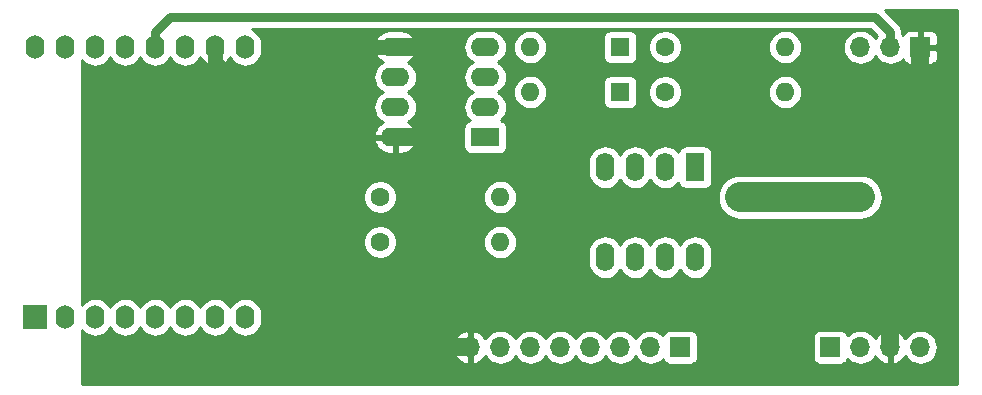
<source format=gbr>
G04 #@! TF.GenerationSoftware,KiCad,Pcbnew,(5.1.0)-1*
G04 #@! TF.CreationDate,2019-06-12T07:31:52+02:00*
G04 #@! TF.ProjectId,SRCtrl_V3,53524374-726c-45f5-9633-2e6b69636164,rev?*
G04 #@! TF.SameCoordinates,Original*
G04 #@! TF.FileFunction,Copper,L2,Bot*
G04 #@! TF.FilePolarity,Positive*
%FSLAX46Y46*%
G04 Gerber Fmt 4.6, Leading zero omitted, Abs format (unit mm)*
G04 Created by KiCad (PCBNEW (5.1.0)-1) date 2019-06-12 07:31:52*
%MOMM*%
%LPD*%
G04 APERTURE LIST*
G04 #@! TA.AperFunction,ComponentPad*
%ADD10R,1.600000X2.400000*%
G04 #@! TD*
G04 #@! TA.AperFunction,ComponentPad*
%ADD11O,1.600000X2.400000*%
G04 #@! TD*
G04 #@! TA.AperFunction,ComponentPad*
%ADD12C,1.600000*%
G04 #@! TD*
G04 #@! TA.AperFunction,ComponentPad*
%ADD13O,1.600000X1.600000*%
G04 #@! TD*
G04 #@! TA.AperFunction,ComponentPad*
%ADD14O,1.600000X2.000000*%
G04 #@! TD*
G04 #@! TA.AperFunction,ComponentPad*
%ADD15R,2.000000X2.000000*%
G04 #@! TD*
G04 #@! TA.AperFunction,ComponentPad*
%ADD16O,1.700000X1.700000*%
G04 #@! TD*
G04 #@! TA.AperFunction,ComponentPad*
%ADD17R,1.700000X1.700000*%
G04 #@! TD*
G04 #@! TA.AperFunction,ComponentPad*
%ADD18O,2.400000X1.600000*%
G04 #@! TD*
G04 #@! TA.AperFunction,ComponentPad*
%ADD19R,2.400000X1.600000*%
G04 #@! TD*
G04 #@! TA.AperFunction,ComponentPad*
%ADD20R,1.600000X1.600000*%
G04 #@! TD*
G04 #@! TA.AperFunction,ViaPad*
%ADD21C,0.800000*%
G04 #@! TD*
G04 #@! TA.AperFunction,Conductor*
%ADD22C,1.270000*%
G04 #@! TD*
G04 #@! TA.AperFunction,Conductor*
%ADD23C,1.524000*%
G04 #@! TD*
G04 #@! TA.AperFunction,Conductor*
%ADD24C,2.540000*%
G04 #@! TD*
G04 #@! TA.AperFunction,Conductor*
%ADD25C,0.762000*%
G04 #@! TD*
G04 #@! TA.AperFunction,Conductor*
%ADD26C,0.254000*%
G04 #@! TD*
G04 APERTURE END LIST*
D10*
G04 #@! TO.P,U3,1*
G04 #@! TO.N,VCC*
X149860000Y-39370000D03*
D11*
G04 #@! TO.P,U3,5*
G04 #@! TO.N,/TasterOut2*
X142240000Y-46990000D03*
G04 #@! TO.P,U3,2*
G04 #@! TO.N,Net-(R3-Pad2)*
X147320000Y-39370000D03*
G04 #@! TO.P,U3,6*
G04 #@! TO.N,/TasterOutCom*
X144780000Y-46990000D03*
G04 #@! TO.P,U3,3*
G04 #@! TO.N,Net-(R4-Pad2)*
X144780000Y-39370000D03*
G04 #@! TO.P,U3,7*
G04 #@! TO.N,/TasterOutCom*
X147320000Y-46990000D03*
G04 #@! TO.P,U3,4*
G04 #@! TO.N,VCC*
X142240000Y-39370000D03*
G04 #@! TO.P,U3,8*
G04 #@! TO.N,/TasterOut1*
X149860000Y-46990000D03*
G04 #@! TD*
D12*
G04 #@! TO.P,R4,1*
G04 #@! TO.N,/Taster2*
X123190000Y-45720000D03*
D13*
G04 #@! TO.P,R4,2*
G04 #@! TO.N,Net-(R4-Pad2)*
X133350000Y-45720000D03*
G04 #@! TD*
D14*
G04 #@! TO.P,U2,2*
G04 #@! TO.N,N/C*
X96520000Y-52070000D03*
D15*
G04 #@! TO.P,U2,1*
X93980000Y-52070000D03*
D14*
G04 #@! TO.P,U2,3*
X99060000Y-52070000D03*
G04 #@! TO.P,U2,4*
G04 #@! TO.N,/Taster1*
X101600000Y-52070000D03*
G04 #@! TO.P,U2,5*
G04 #@! TO.N,/Taster2*
X104140000Y-52070000D03*
G04 #@! TO.P,U2,6*
G04 #@! TO.N,/HallSensorIn*
X106680000Y-52070000D03*
G04 #@! TO.P,U2,7*
G04 #@! TO.N,N/C*
X109220000Y-52070000D03*
G04 #@! TO.P,U2,8*
G04 #@! TO.N,VCC*
X111760000Y-52070000D03*
G04 #@! TO.P,U2,9*
G04 #@! TO.N,N/C*
X111760000Y-29210000D03*
G04 #@! TO.P,U2,10*
G04 #@! TO.N,GND*
X109220000Y-29210000D03*
G04 #@! TO.P,U2,11*
G04 #@! TO.N,N/C*
X106680000Y-29210000D03*
G04 #@! TO.P,U2,12*
G04 #@! TO.N,/DQ*
X104140000Y-29210000D03*
G04 #@! TO.P,U2,13*
G04 #@! TO.N,/Motor2*
X101600000Y-29210000D03*
G04 #@! TO.P,U2,14*
G04 #@! TO.N,/Motor1*
X99060000Y-29210000D03*
G04 #@! TO.P,U2,15*
G04 #@! TO.N,N/C*
X96520000Y-29210000D03*
G04 #@! TO.P,U2,16*
X93980000Y-29210000D03*
G04 #@! TD*
D16*
G04 #@! TO.P,J1,8*
G04 #@! TO.N,GND*
X130810000Y-54610000D03*
G04 #@! TO.P,J1,7*
G04 #@! TO.N,/HallSensorIn*
X133350000Y-54610000D03*
G04 #@! TO.P,J1,6*
G04 #@! TO.N,/TasterOut2*
X135890000Y-54610000D03*
G04 #@! TO.P,J1,5*
G04 #@! TO.N,/TasterOutCom*
X138430000Y-54610000D03*
G04 #@! TO.P,J1,4*
G04 #@! TO.N,/TasterOut1*
X140970000Y-54610000D03*
G04 #@! TO.P,J1,3*
G04 #@! TO.N,/MotorIn1*
X143510000Y-54610000D03*
G04 #@! TO.P,J1,2*
G04 #@! TO.N,/MotorIn2*
X146050000Y-54610000D03*
D17*
G04 #@! TO.P,J1,1*
G04 #@! TO.N,+24V*
X148590000Y-54610000D03*
G04 #@! TD*
D18*
G04 #@! TO.P,U1,8*
G04 #@! TO.N,GND*
X124460000Y-36830000D03*
G04 #@! TO.P,U1,4*
G04 #@! TO.N,Net-(D2-Pad1)*
X132080000Y-29210000D03*
G04 #@! TO.P,U1,7*
G04 #@! TO.N,/Motor1*
X124460000Y-34290000D03*
G04 #@! TO.P,U1,3*
G04 #@! TO.N,Net-(D1-Pad2)*
X132080000Y-31750000D03*
G04 #@! TO.P,U1,6*
G04 #@! TO.N,/Motor2*
X124460000Y-31750000D03*
G04 #@! TO.P,U1,2*
G04 #@! TO.N,Net-(D1-Pad2)*
X132080000Y-34290000D03*
G04 #@! TO.P,U1,5*
G04 #@! TO.N,GND*
X124460000Y-29210000D03*
D19*
G04 #@! TO.P,U1,1*
G04 #@! TO.N,Net-(D1-Pad1)*
X132080000Y-36830000D03*
G04 #@! TD*
D13*
G04 #@! TO.P,D1,2*
G04 #@! TO.N,Net-(D1-Pad2)*
X135890000Y-33020000D03*
D20*
G04 #@! TO.P,D1,1*
G04 #@! TO.N,Net-(D1-Pad1)*
X143510000Y-33020000D03*
G04 #@! TD*
G04 #@! TO.P,D2,1*
G04 #@! TO.N,Net-(D2-Pad1)*
X143510000Y-29210000D03*
D13*
G04 #@! TO.P,D2,2*
G04 #@! TO.N,Net-(D1-Pad2)*
X135890000Y-29210000D03*
G04 #@! TD*
D16*
G04 #@! TO.P,J2,4*
G04 #@! TO.N,VCC*
X168910000Y-54610000D03*
G04 #@! TO.P,J2,3*
G04 #@! TO.N,GND*
X166370000Y-54610000D03*
G04 #@! TO.P,J2,2*
G04 #@! TO.N,+24V*
X163830000Y-54610000D03*
D17*
G04 #@! TO.P,J2,1*
G04 #@! TO.N,N/C*
X161290000Y-54610000D03*
G04 #@! TD*
D13*
G04 #@! TO.P,R1,2*
G04 #@! TO.N,/MotorIn1*
X157480000Y-33020000D03*
D12*
G04 #@! TO.P,R1,1*
G04 #@! TO.N,Net-(D1-Pad1)*
X147320000Y-33020000D03*
G04 #@! TD*
G04 #@! TO.P,R2,1*
G04 #@! TO.N,Net-(D2-Pad1)*
X147320000Y-29210000D03*
D13*
G04 #@! TO.P,R2,2*
G04 #@! TO.N,/MotorIn2*
X157480000Y-29210000D03*
G04 #@! TD*
G04 #@! TO.P,R3,2*
G04 #@! TO.N,Net-(R3-Pad2)*
X133350000Y-41910000D03*
D12*
G04 #@! TO.P,R3,1*
G04 #@! TO.N,/Taster1*
X123190000Y-41910000D03*
G04 #@! TD*
D16*
G04 #@! TO.P,J3,3*
G04 #@! TO.N,VCC*
X163830000Y-29210000D03*
G04 #@! TO.P,J3,2*
G04 #@! TO.N,/DQ*
X166370000Y-29210000D03*
D17*
G04 #@! TO.P,J3,1*
G04 #@! TO.N,GND*
X168910000Y-29210000D03*
G04 #@! TD*
D21*
G04 #@! TO.N,VCC*
X153670000Y-41910000D03*
X163830000Y-41910000D03*
G04 #@! TD*
D22*
G04 #@! TO.N,GND*
X109220000Y-29210000D02*
X109220000Y-30480000D01*
X109220000Y-30480000D02*
X110490000Y-31750000D01*
X110490000Y-31750000D02*
X115570000Y-31750000D01*
X115570000Y-31750000D02*
X118110000Y-29210000D01*
X118110000Y-29210000D02*
X124460000Y-29210000D01*
D23*
X127184000Y-36830000D02*
X124460000Y-36830000D01*
X128270000Y-35744000D02*
X127184000Y-36830000D01*
X128270000Y-30480000D02*
X128270000Y-35744000D01*
X124460000Y-29210000D02*
X127000000Y-29210000D01*
X127000000Y-29210000D02*
X128270000Y-30480000D01*
X128270000Y-53340000D02*
X129540000Y-54610000D01*
X129540000Y-54610000D02*
X130810000Y-54610000D01*
X168910000Y-29210000D02*
X168910000Y-45720000D01*
X168910000Y-45720000D02*
X166370000Y-48260000D01*
X128270000Y-49530000D02*
X166370000Y-49530000D01*
X166370000Y-49530000D02*
X166370000Y-54610000D01*
X166370000Y-48260000D02*
X166370000Y-49530000D01*
X128270000Y-49530000D02*
X128270000Y-53340000D01*
X128270000Y-35744000D02*
X128270000Y-49530000D01*
D24*
G04 #@! TO.N,VCC*
X153670000Y-41910000D02*
X163830000Y-41910000D01*
D25*
G04 #@! TO.N,/DQ*
X166370000Y-29210000D02*
X166370000Y-27940000D01*
X166370000Y-27940000D02*
X165100000Y-26670000D01*
X165100000Y-26670000D02*
X105410000Y-26670000D01*
X105410000Y-26670000D02*
X104140000Y-27940000D01*
X104140000Y-27940000D02*
X104140000Y-29210000D01*
G04 #@! TD*
D26*
G04 #@! TO.N,GND*
G36*
X172035001Y-57735000D02*
G01*
X97917000Y-57735000D01*
X97917000Y-54966891D01*
X129368519Y-54966891D01*
X129465843Y-55241252D01*
X129614822Y-55491355D01*
X129809731Y-55707588D01*
X130043080Y-55881641D01*
X130305901Y-56006825D01*
X130453110Y-56051476D01*
X130683000Y-55930155D01*
X130683000Y-54737000D01*
X129489186Y-54737000D01*
X129368519Y-54966891D01*
X97917000Y-54966891D01*
X97917000Y-54253109D01*
X129368519Y-54253109D01*
X129489186Y-54483000D01*
X130683000Y-54483000D01*
X130683000Y-53289845D01*
X130937000Y-53289845D01*
X130937000Y-54483000D01*
X130957000Y-54483000D01*
X130957000Y-54737000D01*
X130937000Y-54737000D01*
X130937000Y-55930155D01*
X131166890Y-56051476D01*
X131314099Y-56006825D01*
X131576920Y-55881641D01*
X131810269Y-55707588D01*
X132005178Y-55491355D01*
X132074799Y-55374477D01*
X132109294Y-55439014D01*
X132294866Y-55665134D01*
X132520986Y-55850706D01*
X132778966Y-55988599D01*
X133058889Y-56073513D01*
X133277050Y-56095000D01*
X133422950Y-56095000D01*
X133641111Y-56073513D01*
X133921034Y-55988599D01*
X134179014Y-55850706D01*
X134405134Y-55665134D01*
X134590706Y-55439014D01*
X134620000Y-55384209D01*
X134649294Y-55439014D01*
X134834866Y-55665134D01*
X135060986Y-55850706D01*
X135318966Y-55988599D01*
X135598889Y-56073513D01*
X135817050Y-56095000D01*
X135962950Y-56095000D01*
X136181111Y-56073513D01*
X136461034Y-55988599D01*
X136719014Y-55850706D01*
X136945134Y-55665134D01*
X137130706Y-55439014D01*
X137160000Y-55384209D01*
X137189294Y-55439014D01*
X137374866Y-55665134D01*
X137600986Y-55850706D01*
X137858966Y-55988599D01*
X138138889Y-56073513D01*
X138357050Y-56095000D01*
X138502950Y-56095000D01*
X138721111Y-56073513D01*
X139001034Y-55988599D01*
X139259014Y-55850706D01*
X139485134Y-55665134D01*
X139670706Y-55439014D01*
X139700000Y-55384209D01*
X139729294Y-55439014D01*
X139914866Y-55665134D01*
X140140986Y-55850706D01*
X140398966Y-55988599D01*
X140678889Y-56073513D01*
X140897050Y-56095000D01*
X141042950Y-56095000D01*
X141261111Y-56073513D01*
X141541034Y-55988599D01*
X141799014Y-55850706D01*
X142025134Y-55665134D01*
X142210706Y-55439014D01*
X142240000Y-55384209D01*
X142269294Y-55439014D01*
X142454866Y-55665134D01*
X142680986Y-55850706D01*
X142938966Y-55988599D01*
X143218889Y-56073513D01*
X143437050Y-56095000D01*
X143582950Y-56095000D01*
X143801111Y-56073513D01*
X144081034Y-55988599D01*
X144339014Y-55850706D01*
X144565134Y-55665134D01*
X144750706Y-55439014D01*
X144780000Y-55384209D01*
X144809294Y-55439014D01*
X144994866Y-55665134D01*
X145220986Y-55850706D01*
X145478966Y-55988599D01*
X145758889Y-56073513D01*
X145977050Y-56095000D01*
X146122950Y-56095000D01*
X146341111Y-56073513D01*
X146621034Y-55988599D01*
X146879014Y-55850706D01*
X147105134Y-55665134D01*
X147129607Y-55635313D01*
X147150498Y-55704180D01*
X147209463Y-55814494D01*
X147288815Y-55911185D01*
X147385506Y-55990537D01*
X147495820Y-56049502D01*
X147615518Y-56085812D01*
X147740000Y-56098072D01*
X149440000Y-56098072D01*
X149564482Y-56085812D01*
X149684180Y-56049502D01*
X149794494Y-55990537D01*
X149891185Y-55911185D01*
X149970537Y-55814494D01*
X150029502Y-55704180D01*
X150065812Y-55584482D01*
X150078072Y-55460000D01*
X150078072Y-53760000D01*
X159801928Y-53760000D01*
X159801928Y-55460000D01*
X159814188Y-55584482D01*
X159850498Y-55704180D01*
X159909463Y-55814494D01*
X159988815Y-55911185D01*
X160085506Y-55990537D01*
X160195820Y-56049502D01*
X160315518Y-56085812D01*
X160440000Y-56098072D01*
X162140000Y-56098072D01*
X162264482Y-56085812D01*
X162384180Y-56049502D01*
X162494494Y-55990537D01*
X162591185Y-55911185D01*
X162670537Y-55814494D01*
X162729502Y-55704180D01*
X162750393Y-55635313D01*
X162774866Y-55665134D01*
X163000986Y-55850706D01*
X163258966Y-55988599D01*
X163538889Y-56073513D01*
X163757050Y-56095000D01*
X163902950Y-56095000D01*
X164121111Y-56073513D01*
X164401034Y-55988599D01*
X164659014Y-55850706D01*
X164885134Y-55665134D01*
X165070706Y-55439014D01*
X165105201Y-55374477D01*
X165174822Y-55491355D01*
X165369731Y-55707588D01*
X165603080Y-55881641D01*
X165865901Y-56006825D01*
X166013110Y-56051476D01*
X166243000Y-55930155D01*
X166243000Y-54737000D01*
X166223000Y-54737000D01*
X166223000Y-54483000D01*
X166243000Y-54483000D01*
X166243000Y-53289845D01*
X166497000Y-53289845D01*
X166497000Y-54483000D01*
X166517000Y-54483000D01*
X166517000Y-54737000D01*
X166497000Y-54737000D01*
X166497000Y-55930155D01*
X166726890Y-56051476D01*
X166874099Y-56006825D01*
X167136920Y-55881641D01*
X167370269Y-55707588D01*
X167565178Y-55491355D01*
X167634799Y-55374477D01*
X167669294Y-55439014D01*
X167854866Y-55665134D01*
X168080986Y-55850706D01*
X168338966Y-55988599D01*
X168618889Y-56073513D01*
X168837050Y-56095000D01*
X168982950Y-56095000D01*
X169201111Y-56073513D01*
X169481034Y-55988599D01*
X169739014Y-55850706D01*
X169965134Y-55665134D01*
X170150706Y-55439014D01*
X170288599Y-55181034D01*
X170373513Y-54901111D01*
X170402185Y-54610000D01*
X170373513Y-54318889D01*
X170288599Y-54038966D01*
X170150706Y-53780986D01*
X169965134Y-53554866D01*
X169739014Y-53369294D01*
X169481034Y-53231401D01*
X169201111Y-53146487D01*
X168982950Y-53125000D01*
X168837050Y-53125000D01*
X168618889Y-53146487D01*
X168338966Y-53231401D01*
X168080986Y-53369294D01*
X167854866Y-53554866D01*
X167669294Y-53780986D01*
X167634799Y-53845523D01*
X167565178Y-53728645D01*
X167370269Y-53512412D01*
X167136920Y-53338359D01*
X166874099Y-53213175D01*
X166726890Y-53168524D01*
X166497000Y-53289845D01*
X166243000Y-53289845D01*
X166013110Y-53168524D01*
X165865901Y-53213175D01*
X165603080Y-53338359D01*
X165369731Y-53512412D01*
X165174822Y-53728645D01*
X165105201Y-53845523D01*
X165070706Y-53780986D01*
X164885134Y-53554866D01*
X164659014Y-53369294D01*
X164401034Y-53231401D01*
X164121111Y-53146487D01*
X163902950Y-53125000D01*
X163757050Y-53125000D01*
X163538889Y-53146487D01*
X163258966Y-53231401D01*
X163000986Y-53369294D01*
X162774866Y-53554866D01*
X162750393Y-53584687D01*
X162729502Y-53515820D01*
X162670537Y-53405506D01*
X162591185Y-53308815D01*
X162494494Y-53229463D01*
X162384180Y-53170498D01*
X162264482Y-53134188D01*
X162140000Y-53121928D01*
X160440000Y-53121928D01*
X160315518Y-53134188D01*
X160195820Y-53170498D01*
X160085506Y-53229463D01*
X159988815Y-53308815D01*
X159909463Y-53405506D01*
X159850498Y-53515820D01*
X159814188Y-53635518D01*
X159801928Y-53760000D01*
X150078072Y-53760000D01*
X150065812Y-53635518D01*
X150029502Y-53515820D01*
X149970537Y-53405506D01*
X149891185Y-53308815D01*
X149794494Y-53229463D01*
X149684180Y-53170498D01*
X149564482Y-53134188D01*
X149440000Y-53121928D01*
X147740000Y-53121928D01*
X147615518Y-53134188D01*
X147495820Y-53170498D01*
X147385506Y-53229463D01*
X147288815Y-53308815D01*
X147209463Y-53405506D01*
X147150498Y-53515820D01*
X147129607Y-53584687D01*
X147105134Y-53554866D01*
X146879014Y-53369294D01*
X146621034Y-53231401D01*
X146341111Y-53146487D01*
X146122950Y-53125000D01*
X145977050Y-53125000D01*
X145758889Y-53146487D01*
X145478966Y-53231401D01*
X145220986Y-53369294D01*
X144994866Y-53554866D01*
X144809294Y-53780986D01*
X144780000Y-53835791D01*
X144750706Y-53780986D01*
X144565134Y-53554866D01*
X144339014Y-53369294D01*
X144081034Y-53231401D01*
X143801111Y-53146487D01*
X143582950Y-53125000D01*
X143437050Y-53125000D01*
X143218889Y-53146487D01*
X142938966Y-53231401D01*
X142680986Y-53369294D01*
X142454866Y-53554866D01*
X142269294Y-53780986D01*
X142240000Y-53835791D01*
X142210706Y-53780986D01*
X142025134Y-53554866D01*
X141799014Y-53369294D01*
X141541034Y-53231401D01*
X141261111Y-53146487D01*
X141042950Y-53125000D01*
X140897050Y-53125000D01*
X140678889Y-53146487D01*
X140398966Y-53231401D01*
X140140986Y-53369294D01*
X139914866Y-53554866D01*
X139729294Y-53780986D01*
X139700000Y-53835791D01*
X139670706Y-53780986D01*
X139485134Y-53554866D01*
X139259014Y-53369294D01*
X139001034Y-53231401D01*
X138721111Y-53146487D01*
X138502950Y-53125000D01*
X138357050Y-53125000D01*
X138138889Y-53146487D01*
X137858966Y-53231401D01*
X137600986Y-53369294D01*
X137374866Y-53554866D01*
X137189294Y-53780986D01*
X137160000Y-53835791D01*
X137130706Y-53780986D01*
X136945134Y-53554866D01*
X136719014Y-53369294D01*
X136461034Y-53231401D01*
X136181111Y-53146487D01*
X135962950Y-53125000D01*
X135817050Y-53125000D01*
X135598889Y-53146487D01*
X135318966Y-53231401D01*
X135060986Y-53369294D01*
X134834866Y-53554866D01*
X134649294Y-53780986D01*
X134620000Y-53835791D01*
X134590706Y-53780986D01*
X134405134Y-53554866D01*
X134179014Y-53369294D01*
X133921034Y-53231401D01*
X133641111Y-53146487D01*
X133422950Y-53125000D01*
X133277050Y-53125000D01*
X133058889Y-53146487D01*
X132778966Y-53231401D01*
X132520986Y-53369294D01*
X132294866Y-53554866D01*
X132109294Y-53780986D01*
X132074799Y-53845523D01*
X132005178Y-53728645D01*
X131810269Y-53512412D01*
X131576920Y-53338359D01*
X131314099Y-53213175D01*
X131166890Y-53168524D01*
X130937000Y-53289845D01*
X130683000Y-53289845D01*
X130453110Y-53168524D01*
X130305901Y-53213175D01*
X130043080Y-53338359D01*
X129809731Y-53512412D01*
X129614822Y-53728645D01*
X129465843Y-53978748D01*
X129368519Y-54253109D01*
X97917000Y-54253109D01*
X97917000Y-53139254D01*
X98040393Y-53289608D01*
X98258900Y-53468932D01*
X98508193Y-53602182D01*
X98778692Y-53684236D01*
X99060000Y-53711943D01*
X99341309Y-53684236D01*
X99611808Y-53602182D01*
X99861101Y-53468932D01*
X100079608Y-53289608D01*
X100258932Y-53071101D01*
X100330000Y-52938142D01*
X100401068Y-53071101D01*
X100580393Y-53289608D01*
X100798900Y-53468932D01*
X101048193Y-53602182D01*
X101318692Y-53684236D01*
X101600000Y-53711943D01*
X101881309Y-53684236D01*
X102151808Y-53602182D01*
X102401101Y-53468932D01*
X102619608Y-53289608D01*
X102798932Y-53071101D01*
X102870000Y-52938142D01*
X102941068Y-53071101D01*
X103120393Y-53289608D01*
X103338900Y-53468932D01*
X103588193Y-53602182D01*
X103858692Y-53684236D01*
X104140000Y-53711943D01*
X104421309Y-53684236D01*
X104691808Y-53602182D01*
X104941101Y-53468932D01*
X105159608Y-53289608D01*
X105338932Y-53071101D01*
X105410000Y-52938142D01*
X105481068Y-53071101D01*
X105660393Y-53289608D01*
X105878900Y-53468932D01*
X106128193Y-53602182D01*
X106398692Y-53684236D01*
X106680000Y-53711943D01*
X106961309Y-53684236D01*
X107231808Y-53602182D01*
X107481101Y-53468932D01*
X107699608Y-53289608D01*
X107878932Y-53071101D01*
X107950000Y-52938142D01*
X108021068Y-53071101D01*
X108200393Y-53289608D01*
X108418900Y-53468932D01*
X108668193Y-53602182D01*
X108938692Y-53684236D01*
X109220000Y-53711943D01*
X109501309Y-53684236D01*
X109771808Y-53602182D01*
X110021101Y-53468932D01*
X110239608Y-53289608D01*
X110418932Y-53071101D01*
X110490000Y-52938142D01*
X110561068Y-53071101D01*
X110740393Y-53289608D01*
X110958900Y-53468932D01*
X111208193Y-53602182D01*
X111478692Y-53684236D01*
X111760000Y-53711943D01*
X112041309Y-53684236D01*
X112311808Y-53602182D01*
X112561101Y-53468932D01*
X112779608Y-53289608D01*
X112958932Y-53071101D01*
X113092182Y-52821807D01*
X113174236Y-52551308D01*
X113195000Y-52340491D01*
X113195000Y-51799508D01*
X113174236Y-51588691D01*
X113092182Y-51318192D01*
X112958932Y-51068899D01*
X112779607Y-50850392D01*
X112561100Y-50671068D01*
X112311807Y-50537818D01*
X112041308Y-50455764D01*
X111760000Y-50428057D01*
X111478691Y-50455764D01*
X111208192Y-50537818D01*
X110958899Y-50671068D01*
X110740392Y-50850393D01*
X110561068Y-51068900D01*
X110490000Y-51201858D01*
X110418932Y-51068899D01*
X110239607Y-50850392D01*
X110021100Y-50671068D01*
X109771807Y-50537818D01*
X109501308Y-50455764D01*
X109220000Y-50428057D01*
X108938691Y-50455764D01*
X108668192Y-50537818D01*
X108418899Y-50671068D01*
X108200392Y-50850393D01*
X108021068Y-51068900D01*
X107950000Y-51201858D01*
X107878932Y-51068899D01*
X107699607Y-50850392D01*
X107481100Y-50671068D01*
X107231807Y-50537818D01*
X106961308Y-50455764D01*
X106680000Y-50428057D01*
X106398691Y-50455764D01*
X106128192Y-50537818D01*
X105878899Y-50671068D01*
X105660392Y-50850393D01*
X105481068Y-51068900D01*
X105410000Y-51201858D01*
X105338932Y-51068899D01*
X105159607Y-50850392D01*
X104941100Y-50671068D01*
X104691807Y-50537818D01*
X104421308Y-50455764D01*
X104140000Y-50428057D01*
X103858691Y-50455764D01*
X103588192Y-50537818D01*
X103338899Y-50671068D01*
X103120392Y-50850393D01*
X102941068Y-51068900D01*
X102870000Y-51201858D01*
X102798932Y-51068899D01*
X102619607Y-50850392D01*
X102401100Y-50671068D01*
X102151807Y-50537818D01*
X101881308Y-50455764D01*
X101600000Y-50428057D01*
X101318691Y-50455764D01*
X101048192Y-50537818D01*
X100798899Y-50671068D01*
X100580392Y-50850393D01*
X100401068Y-51068900D01*
X100330000Y-51201858D01*
X100258932Y-51068899D01*
X100079607Y-50850392D01*
X99861100Y-50671068D01*
X99611807Y-50537818D01*
X99341308Y-50455764D01*
X99060000Y-50428057D01*
X98778691Y-50455764D01*
X98508192Y-50537818D01*
X98258899Y-50671068D01*
X98040392Y-50850393D01*
X97917000Y-51000747D01*
X97917000Y-45578665D01*
X121755000Y-45578665D01*
X121755000Y-45861335D01*
X121810147Y-46138574D01*
X121918320Y-46399727D01*
X122075363Y-46634759D01*
X122275241Y-46834637D01*
X122510273Y-46991680D01*
X122771426Y-47099853D01*
X123048665Y-47155000D01*
X123331335Y-47155000D01*
X123608574Y-47099853D01*
X123869727Y-46991680D01*
X124104759Y-46834637D01*
X124304637Y-46634759D01*
X124461680Y-46399727D01*
X124569853Y-46138574D01*
X124625000Y-45861335D01*
X124625000Y-45720000D01*
X131908057Y-45720000D01*
X131935764Y-46001309D01*
X132017818Y-46271808D01*
X132151068Y-46521101D01*
X132330392Y-46739608D01*
X132548899Y-46918932D01*
X132798192Y-47052182D01*
X133068691Y-47134236D01*
X133279508Y-47155000D01*
X133420492Y-47155000D01*
X133631309Y-47134236D01*
X133901808Y-47052182D01*
X134151101Y-46918932D01*
X134369608Y-46739608D01*
X134548932Y-46521101D01*
X134549783Y-46519508D01*
X140805000Y-46519508D01*
X140805000Y-47460491D01*
X140825764Y-47671308D01*
X140907818Y-47941807D01*
X141041068Y-48191100D01*
X141220392Y-48409607D01*
X141438899Y-48588932D01*
X141688192Y-48722182D01*
X141958691Y-48804236D01*
X142240000Y-48831943D01*
X142521308Y-48804236D01*
X142791807Y-48722182D01*
X143041100Y-48588932D01*
X143259607Y-48409608D01*
X143438932Y-48191101D01*
X143510000Y-48058142D01*
X143581068Y-48191100D01*
X143760392Y-48409607D01*
X143978899Y-48588932D01*
X144228192Y-48722182D01*
X144498691Y-48804236D01*
X144780000Y-48831943D01*
X145061308Y-48804236D01*
X145331807Y-48722182D01*
X145581100Y-48588932D01*
X145799607Y-48409608D01*
X145978932Y-48191101D01*
X146050000Y-48058142D01*
X146121068Y-48191100D01*
X146300392Y-48409607D01*
X146518899Y-48588932D01*
X146768192Y-48722182D01*
X147038691Y-48804236D01*
X147320000Y-48831943D01*
X147601308Y-48804236D01*
X147871807Y-48722182D01*
X148121100Y-48588932D01*
X148339607Y-48409608D01*
X148518932Y-48191101D01*
X148590000Y-48058142D01*
X148661068Y-48191100D01*
X148840392Y-48409607D01*
X149058899Y-48588932D01*
X149308192Y-48722182D01*
X149578691Y-48804236D01*
X149860000Y-48831943D01*
X150141308Y-48804236D01*
X150411807Y-48722182D01*
X150661100Y-48588932D01*
X150879607Y-48409608D01*
X151058932Y-48191101D01*
X151192182Y-47941808D01*
X151274236Y-47671309D01*
X151295000Y-47460492D01*
X151295000Y-46519509D01*
X151274236Y-46308691D01*
X151192182Y-46038192D01*
X151058932Y-45788899D01*
X150879608Y-45570392D01*
X150661101Y-45391068D01*
X150411808Y-45257818D01*
X150141309Y-45175764D01*
X149860000Y-45148057D01*
X149578692Y-45175764D01*
X149308193Y-45257818D01*
X149058900Y-45391068D01*
X148840393Y-45570392D01*
X148661068Y-45788899D01*
X148590000Y-45921858D01*
X148518932Y-45788899D01*
X148339608Y-45570392D01*
X148121101Y-45391068D01*
X147871808Y-45257818D01*
X147601309Y-45175764D01*
X147320000Y-45148057D01*
X147038692Y-45175764D01*
X146768193Y-45257818D01*
X146518900Y-45391068D01*
X146300393Y-45570392D01*
X146121068Y-45788899D01*
X146050000Y-45921858D01*
X145978932Y-45788899D01*
X145799608Y-45570392D01*
X145581101Y-45391068D01*
X145331808Y-45257818D01*
X145061309Y-45175764D01*
X144780000Y-45148057D01*
X144498692Y-45175764D01*
X144228193Y-45257818D01*
X143978900Y-45391068D01*
X143760393Y-45570392D01*
X143581068Y-45788899D01*
X143510000Y-45921858D01*
X143438932Y-45788899D01*
X143259608Y-45570392D01*
X143041101Y-45391068D01*
X142791808Y-45257818D01*
X142521309Y-45175764D01*
X142240000Y-45148057D01*
X141958692Y-45175764D01*
X141688193Y-45257818D01*
X141438900Y-45391068D01*
X141220393Y-45570392D01*
X141041068Y-45788899D01*
X140907818Y-46038192D01*
X140825764Y-46308691D01*
X140805000Y-46519508D01*
X134549783Y-46519508D01*
X134682182Y-46271808D01*
X134764236Y-46001309D01*
X134791943Y-45720000D01*
X134764236Y-45438691D01*
X134682182Y-45168192D01*
X134548932Y-44918899D01*
X134369608Y-44700392D01*
X134151101Y-44521068D01*
X133901808Y-44387818D01*
X133631309Y-44305764D01*
X133420492Y-44285000D01*
X133279508Y-44285000D01*
X133068691Y-44305764D01*
X132798192Y-44387818D01*
X132548899Y-44521068D01*
X132330392Y-44700392D01*
X132151068Y-44918899D01*
X132017818Y-45168192D01*
X131935764Y-45438691D01*
X131908057Y-45720000D01*
X124625000Y-45720000D01*
X124625000Y-45578665D01*
X124569853Y-45301426D01*
X124461680Y-45040273D01*
X124304637Y-44805241D01*
X124104759Y-44605363D01*
X123869727Y-44448320D01*
X123608574Y-44340147D01*
X123331335Y-44285000D01*
X123048665Y-44285000D01*
X122771426Y-44340147D01*
X122510273Y-44448320D01*
X122275241Y-44605363D01*
X122075363Y-44805241D01*
X121918320Y-45040273D01*
X121810147Y-45301426D01*
X121755000Y-45578665D01*
X97917000Y-45578665D01*
X97917000Y-41768665D01*
X121755000Y-41768665D01*
X121755000Y-42051335D01*
X121810147Y-42328574D01*
X121918320Y-42589727D01*
X122075363Y-42824759D01*
X122275241Y-43024637D01*
X122510273Y-43181680D01*
X122771426Y-43289853D01*
X123048665Y-43345000D01*
X123331335Y-43345000D01*
X123608574Y-43289853D01*
X123869727Y-43181680D01*
X124104759Y-43024637D01*
X124304637Y-42824759D01*
X124461680Y-42589727D01*
X124569853Y-42328574D01*
X124625000Y-42051335D01*
X124625000Y-41910000D01*
X131908057Y-41910000D01*
X131935764Y-42191309D01*
X132017818Y-42461808D01*
X132151068Y-42711101D01*
X132330392Y-42929608D01*
X132548899Y-43108932D01*
X132798192Y-43242182D01*
X133068691Y-43324236D01*
X133279508Y-43345000D01*
X133420492Y-43345000D01*
X133631309Y-43324236D01*
X133901808Y-43242182D01*
X134151101Y-43108932D01*
X134369608Y-42929608D01*
X134548932Y-42711101D01*
X134682182Y-42461808D01*
X134764236Y-42191309D01*
X134791943Y-41910000D01*
X151755783Y-41910000D01*
X151792564Y-42283445D01*
X151901494Y-42642539D01*
X152078387Y-42973482D01*
X152316444Y-43263556D01*
X152606518Y-43501613D01*
X152937461Y-43678506D01*
X153296555Y-43787436D01*
X153576418Y-43815000D01*
X163923582Y-43815000D01*
X164203445Y-43787436D01*
X164562539Y-43678506D01*
X164893482Y-43501613D01*
X165183556Y-43263556D01*
X165421613Y-42973482D01*
X165598506Y-42642539D01*
X165707436Y-42283445D01*
X165744217Y-41910000D01*
X165707436Y-41536555D01*
X165598506Y-41177461D01*
X165421613Y-40846518D01*
X165183556Y-40556444D01*
X164893482Y-40318387D01*
X164562539Y-40141494D01*
X164203445Y-40032564D01*
X163923582Y-40005000D01*
X153576418Y-40005000D01*
X153296555Y-40032564D01*
X152937461Y-40141494D01*
X152606518Y-40318387D01*
X152316444Y-40556444D01*
X152078387Y-40846518D01*
X151901494Y-41177461D01*
X151792564Y-41536555D01*
X151755783Y-41910000D01*
X134791943Y-41910000D01*
X134764236Y-41628691D01*
X134682182Y-41358192D01*
X134548932Y-41108899D01*
X134369608Y-40890392D01*
X134151101Y-40711068D01*
X133901808Y-40577818D01*
X133631309Y-40495764D01*
X133420492Y-40475000D01*
X133279508Y-40475000D01*
X133068691Y-40495764D01*
X132798192Y-40577818D01*
X132548899Y-40711068D01*
X132330392Y-40890392D01*
X132151068Y-41108899D01*
X132017818Y-41358192D01*
X131935764Y-41628691D01*
X131908057Y-41910000D01*
X124625000Y-41910000D01*
X124625000Y-41768665D01*
X124569853Y-41491426D01*
X124461680Y-41230273D01*
X124304637Y-40995241D01*
X124104759Y-40795363D01*
X123869727Y-40638320D01*
X123608574Y-40530147D01*
X123331335Y-40475000D01*
X123048665Y-40475000D01*
X122771426Y-40530147D01*
X122510273Y-40638320D01*
X122275241Y-40795363D01*
X122075363Y-40995241D01*
X121918320Y-41230273D01*
X121810147Y-41491426D01*
X121755000Y-41768665D01*
X97917000Y-41768665D01*
X97917000Y-38899508D01*
X140805000Y-38899508D01*
X140805000Y-39840491D01*
X140825764Y-40051308D01*
X140907818Y-40321807D01*
X141041068Y-40571100D01*
X141220392Y-40789607D01*
X141438899Y-40968932D01*
X141688192Y-41102182D01*
X141958691Y-41184236D01*
X142240000Y-41211943D01*
X142521308Y-41184236D01*
X142791807Y-41102182D01*
X143041100Y-40968932D01*
X143259607Y-40789608D01*
X143438932Y-40571101D01*
X143510000Y-40438142D01*
X143581068Y-40571100D01*
X143760392Y-40789607D01*
X143978899Y-40968932D01*
X144228192Y-41102182D01*
X144498691Y-41184236D01*
X144780000Y-41211943D01*
X145061308Y-41184236D01*
X145331807Y-41102182D01*
X145581100Y-40968932D01*
X145799607Y-40789608D01*
X145978932Y-40571101D01*
X146050000Y-40438142D01*
X146121068Y-40571100D01*
X146300392Y-40789607D01*
X146518899Y-40968932D01*
X146768192Y-41102182D01*
X147038691Y-41184236D01*
X147320000Y-41211943D01*
X147601308Y-41184236D01*
X147871807Y-41102182D01*
X148121100Y-40968932D01*
X148339607Y-40789608D01*
X148432419Y-40676517D01*
X148434188Y-40694482D01*
X148470498Y-40814180D01*
X148529463Y-40924494D01*
X148608815Y-41021185D01*
X148705506Y-41100537D01*
X148815820Y-41159502D01*
X148935518Y-41195812D01*
X149060000Y-41208072D01*
X150660000Y-41208072D01*
X150784482Y-41195812D01*
X150904180Y-41159502D01*
X151014494Y-41100537D01*
X151111185Y-41021185D01*
X151190537Y-40924494D01*
X151249502Y-40814180D01*
X151285812Y-40694482D01*
X151298072Y-40570000D01*
X151298072Y-38170000D01*
X151285812Y-38045518D01*
X151249502Y-37925820D01*
X151190537Y-37815506D01*
X151111185Y-37718815D01*
X151014494Y-37639463D01*
X150904180Y-37580498D01*
X150784482Y-37544188D01*
X150660000Y-37531928D01*
X149060000Y-37531928D01*
X148935518Y-37544188D01*
X148815820Y-37580498D01*
X148705506Y-37639463D01*
X148608815Y-37718815D01*
X148529463Y-37815506D01*
X148470498Y-37925820D01*
X148434188Y-38045518D01*
X148432419Y-38063482D01*
X148339608Y-37950392D01*
X148121101Y-37771068D01*
X147871808Y-37637818D01*
X147601309Y-37555764D01*
X147320000Y-37528057D01*
X147038692Y-37555764D01*
X146768193Y-37637818D01*
X146518900Y-37771068D01*
X146300393Y-37950392D01*
X146121068Y-38168899D01*
X146050000Y-38301858D01*
X145978932Y-38168899D01*
X145799608Y-37950392D01*
X145581101Y-37771068D01*
X145331808Y-37637818D01*
X145061309Y-37555764D01*
X144780000Y-37528057D01*
X144498692Y-37555764D01*
X144228193Y-37637818D01*
X143978900Y-37771068D01*
X143760393Y-37950392D01*
X143581068Y-38168899D01*
X143510000Y-38301858D01*
X143438932Y-38168899D01*
X143259608Y-37950392D01*
X143041101Y-37771068D01*
X142791808Y-37637818D01*
X142521309Y-37555764D01*
X142240000Y-37528057D01*
X141958692Y-37555764D01*
X141688193Y-37637818D01*
X141438900Y-37771068D01*
X141220393Y-37950392D01*
X141041068Y-38168899D01*
X140907818Y-38418192D01*
X140825764Y-38688691D01*
X140805000Y-38899508D01*
X97917000Y-38899508D01*
X97917000Y-37179039D01*
X122668096Y-37179039D01*
X122685633Y-37261818D01*
X122796285Y-37521646D01*
X122955500Y-37754895D01*
X123157161Y-37952601D01*
X123393517Y-38107166D01*
X123655486Y-38212650D01*
X123933000Y-38265000D01*
X124333000Y-38265000D01*
X124333000Y-36957000D01*
X124587000Y-36957000D01*
X124587000Y-38265000D01*
X124987000Y-38265000D01*
X125264514Y-38212650D01*
X125526483Y-38107166D01*
X125762839Y-37952601D01*
X125964500Y-37754895D01*
X126123715Y-37521646D01*
X126234367Y-37261818D01*
X126251904Y-37179039D01*
X126129915Y-36957000D01*
X124587000Y-36957000D01*
X124333000Y-36957000D01*
X122790085Y-36957000D01*
X122668096Y-37179039D01*
X97917000Y-37179039D01*
X97917000Y-31750000D01*
X122618057Y-31750000D01*
X122645764Y-32031309D01*
X122727818Y-32301808D01*
X122861068Y-32551101D01*
X123040392Y-32769608D01*
X123258899Y-32948932D01*
X123391858Y-33020000D01*
X123258899Y-33091068D01*
X123040392Y-33270392D01*
X122861068Y-33488899D01*
X122727818Y-33738192D01*
X122645764Y-34008691D01*
X122618057Y-34290000D01*
X122645764Y-34571309D01*
X122727818Y-34841808D01*
X122861068Y-35091101D01*
X123040392Y-35309608D01*
X123258899Y-35488932D01*
X123386741Y-35557265D01*
X123157161Y-35707399D01*
X122955500Y-35905105D01*
X122796285Y-36138354D01*
X122685633Y-36398182D01*
X122668096Y-36480961D01*
X122790085Y-36703000D01*
X124333000Y-36703000D01*
X124333000Y-36683000D01*
X124587000Y-36683000D01*
X124587000Y-36703000D01*
X126129915Y-36703000D01*
X126251904Y-36480961D01*
X126234367Y-36398182D01*
X126123715Y-36138354D01*
X125964500Y-35905105D01*
X125762839Y-35707399D01*
X125533259Y-35557265D01*
X125661101Y-35488932D01*
X125879608Y-35309608D01*
X126058932Y-35091101D01*
X126192182Y-34841808D01*
X126274236Y-34571309D01*
X126301943Y-34290000D01*
X126274236Y-34008691D01*
X126192182Y-33738192D01*
X126058932Y-33488899D01*
X125879608Y-33270392D01*
X125661101Y-33091068D01*
X125528142Y-33020000D01*
X125661101Y-32948932D01*
X125879608Y-32769608D01*
X126058932Y-32551101D01*
X126192182Y-32301808D01*
X126274236Y-32031309D01*
X126301943Y-31750000D01*
X126274236Y-31468691D01*
X126192182Y-31198192D01*
X126058932Y-30948899D01*
X125879608Y-30730392D01*
X125661101Y-30551068D01*
X125533259Y-30482735D01*
X125762839Y-30332601D01*
X125964500Y-30134895D01*
X126123715Y-29901646D01*
X126234367Y-29641818D01*
X126251904Y-29559039D01*
X126129916Y-29337002D01*
X126295000Y-29337002D01*
X126295000Y-29210000D01*
X130238057Y-29210000D01*
X130265764Y-29491309D01*
X130347818Y-29761808D01*
X130481068Y-30011101D01*
X130660392Y-30229608D01*
X130878899Y-30408932D01*
X131011858Y-30480000D01*
X130878899Y-30551068D01*
X130660392Y-30730392D01*
X130481068Y-30948899D01*
X130347818Y-31198192D01*
X130265764Y-31468691D01*
X130238057Y-31750000D01*
X130265764Y-32031309D01*
X130347818Y-32301808D01*
X130481068Y-32551101D01*
X130660392Y-32769608D01*
X130878899Y-32948932D01*
X131011858Y-33020000D01*
X130878899Y-33091068D01*
X130660392Y-33270392D01*
X130481068Y-33488899D01*
X130347818Y-33738192D01*
X130265764Y-34008691D01*
X130238057Y-34290000D01*
X130265764Y-34571309D01*
X130347818Y-34841808D01*
X130481068Y-35091101D01*
X130660392Y-35309608D01*
X130773482Y-35402419D01*
X130755518Y-35404188D01*
X130635820Y-35440498D01*
X130525506Y-35499463D01*
X130428815Y-35578815D01*
X130349463Y-35675506D01*
X130290498Y-35785820D01*
X130254188Y-35905518D01*
X130241928Y-36030000D01*
X130241928Y-37630000D01*
X130254188Y-37754482D01*
X130290498Y-37874180D01*
X130349463Y-37984494D01*
X130428815Y-38081185D01*
X130525506Y-38160537D01*
X130635820Y-38219502D01*
X130755518Y-38255812D01*
X130880000Y-38268072D01*
X133280000Y-38268072D01*
X133404482Y-38255812D01*
X133524180Y-38219502D01*
X133634494Y-38160537D01*
X133731185Y-38081185D01*
X133810537Y-37984494D01*
X133869502Y-37874180D01*
X133905812Y-37754482D01*
X133918072Y-37630000D01*
X133918072Y-36030000D01*
X133905812Y-35905518D01*
X133869502Y-35785820D01*
X133810537Y-35675506D01*
X133731185Y-35578815D01*
X133634494Y-35499463D01*
X133524180Y-35440498D01*
X133404482Y-35404188D01*
X133386518Y-35402419D01*
X133499608Y-35309608D01*
X133678932Y-35091101D01*
X133812182Y-34841808D01*
X133894236Y-34571309D01*
X133921943Y-34290000D01*
X133894236Y-34008691D01*
X133812182Y-33738192D01*
X133678932Y-33488899D01*
X133499608Y-33270392D01*
X133281101Y-33091068D01*
X133148142Y-33020000D01*
X134448057Y-33020000D01*
X134475764Y-33301309D01*
X134557818Y-33571808D01*
X134691068Y-33821101D01*
X134870392Y-34039608D01*
X135088899Y-34218932D01*
X135338192Y-34352182D01*
X135608691Y-34434236D01*
X135819508Y-34455000D01*
X135960492Y-34455000D01*
X136171309Y-34434236D01*
X136441808Y-34352182D01*
X136691101Y-34218932D01*
X136909608Y-34039608D01*
X137088932Y-33821101D01*
X137222182Y-33571808D01*
X137304236Y-33301309D01*
X137331943Y-33020000D01*
X137304236Y-32738691D01*
X137222182Y-32468192D01*
X137089521Y-32220000D01*
X142071928Y-32220000D01*
X142071928Y-33820000D01*
X142084188Y-33944482D01*
X142120498Y-34064180D01*
X142179463Y-34174494D01*
X142258815Y-34271185D01*
X142355506Y-34350537D01*
X142465820Y-34409502D01*
X142585518Y-34445812D01*
X142710000Y-34458072D01*
X144310000Y-34458072D01*
X144434482Y-34445812D01*
X144554180Y-34409502D01*
X144664494Y-34350537D01*
X144761185Y-34271185D01*
X144840537Y-34174494D01*
X144899502Y-34064180D01*
X144935812Y-33944482D01*
X144948072Y-33820000D01*
X144948072Y-32878665D01*
X145885000Y-32878665D01*
X145885000Y-33161335D01*
X145940147Y-33438574D01*
X146048320Y-33699727D01*
X146205363Y-33934759D01*
X146405241Y-34134637D01*
X146640273Y-34291680D01*
X146901426Y-34399853D01*
X147178665Y-34455000D01*
X147461335Y-34455000D01*
X147738574Y-34399853D01*
X147999727Y-34291680D01*
X148234759Y-34134637D01*
X148434637Y-33934759D01*
X148591680Y-33699727D01*
X148699853Y-33438574D01*
X148755000Y-33161335D01*
X148755000Y-33020000D01*
X156038057Y-33020000D01*
X156065764Y-33301309D01*
X156147818Y-33571808D01*
X156281068Y-33821101D01*
X156460392Y-34039608D01*
X156678899Y-34218932D01*
X156928192Y-34352182D01*
X157198691Y-34434236D01*
X157409508Y-34455000D01*
X157550492Y-34455000D01*
X157761309Y-34434236D01*
X158031808Y-34352182D01*
X158281101Y-34218932D01*
X158499608Y-34039608D01*
X158678932Y-33821101D01*
X158812182Y-33571808D01*
X158894236Y-33301309D01*
X158921943Y-33020000D01*
X158894236Y-32738691D01*
X158812182Y-32468192D01*
X158678932Y-32218899D01*
X158499608Y-32000392D01*
X158281101Y-31821068D01*
X158031808Y-31687818D01*
X157761309Y-31605764D01*
X157550492Y-31585000D01*
X157409508Y-31585000D01*
X157198691Y-31605764D01*
X156928192Y-31687818D01*
X156678899Y-31821068D01*
X156460392Y-32000392D01*
X156281068Y-32218899D01*
X156147818Y-32468192D01*
X156065764Y-32738691D01*
X156038057Y-33020000D01*
X148755000Y-33020000D01*
X148755000Y-32878665D01*
X148699853Y-32601426D01*
X148591680Y-32340273D01*
X148434637Y-32105241D01*
X148234759Y-31905363D01*
X147999727Y-31748320D01*
X147738574Y-31640147D01*
X147461335Y-31585000D01*
X147178665Y-31585000D01*
X146901426Y-31640147D01*
X146640273Y-31748320D01*
X146405241Y-31905363D01*
X146205363Y-32105241D01*
X146048320Y-32340273D01*
X145940147Y-32601426D01*
X145885000Y-32878665D01*
X144948072Y-32878665D01*
X144948072Y-32220000D01*
X144935812Y-32095518D01*
X144899502Y-31975820D01*
X144840537Y-31865506D01*
X144761185Y-31768815D01*
X144664494Y-31689463D01*
X144554180Y-31630498D01*
X144434482Y-31594188D01*
X144310000Y-31581928D01*
X142710000Y-31581928D01*
X142585518Y-31594188D01*
X142465820Y-31630498D01*
X142355506Y-31689463D01*
X142258815Y-31768815D01*
X142179463Y-31865506D01*
X142120498Y-31975820D01*
X142084188Y-32095518D01*
X142071928Y-32220000D01*
X137089521Y-32220000D01*
X137088932Y-32218899D01*
X136909608Y-32000392D01*
X136691101Y-31821068D01*
X136441808Y-31687818D01*
X136171309Y-31605764D01*
X135960492Y-31585000D01*
X135819508Y-31585000D01*
X135608691Y-31605764D01*
X135338192Y-31687818D01*
X135088899Y-31821068D01*
X134870392Y-32000392D01*
X134691068Y-32218899D01*
X134557818Y-32468192D01*
X134475764Y-32738691D01*
X134448057Y-33020000D01*
X133148142Y-33020000D01*
X133281101Y-32948932D01*
X133499608Y-32769608D01*
X133678932Y-32551101D01*
X133812182Y-32301808D01*
X133894236Y-32031309D01*
X133921943Y-31750000D01*
X133894236Y-31468691D01*
X133812182Y-31198192D01*
X133678932Y-30948899D01*
X133499608Y-30730392D01*
X133281101Y-30551068D01*
X133148142Y-30480000D01*
X133281101Y-30408932D01*
X133499608Y-30229608D01*
X133678932Y-30011101D01*
X133812182Y-29761808D01*
X133894236Y-29491309D01*
X133921943Y-29210000D01*
X134448057Y-29210000D01*
X134475764Y-29491309D01*
X134557818Y-29761808D01*
X134691068Y-30011101D01*
X134870392Y-30229608D01*
X135088899Y-30408932D01*
X135338192Y-30542182D01*
X135608691Y-30624236D01*
X135819508Y-30645000D01*
X135960492Y-30645000D01*
X136171309Y-30624236D01*
X136441808Y-30542182D01*
X136691101Y-30408932D01*
X136909608Y-30229608D01*
X137088932Y-30011101D01*
X137222182Y-29761808D01*
X137304236Y-29491309D01*
X137331943Y-29210000D01*
X137304236Y-28928691D01*
X137222182Y-28658192D01*
X137089521Y-28410000D01*
X142071928Y-28410000D01*
X142071928Y-30010000D01*
X142084188Y-30134482D01*
X142120498Y-30254180D01*
X142179463Y-30364494D01*
X142258815Y-30461185D01*
X142355506Y-30540537D01*
X142465820Y-30599502D01*
X142585518Y-30635812D01*
X142710000Y-30648072D01*
X144310000Y-30648072D01*
X144434482Y-30635812D01*
X144554180Y-30599502D01*
X144664494Y-30540537D01*
X144761185Y-30461185D01*
X144840537Y-30364494D01*
X144899502Y-30254180D01*
X144935812Y-30134482D01*
X144948072Y-30010000D01*
X144948072Y-29068665D01*
X145885000Y-29068665D01*
X145885000Y-29351335D01*
X145940147Y-29628574D01*
X146048320Y-29889727D01*
X146205363Y-30124759D01*
X146405241Y-30324637D01*
X146640273Y-30481680D01*
X146901426Y-30589853D01*
X147178665Y-30645000D01*
X147461335Y-30645000D01*
X147738574Y-30589853D01*
X147999727Y-30481680D01*
X148234759Y-30324637D01*
X148434637Y-30124759D01*
X148591680Y-29889727D01*
X148699853Y-29628574D01*
X148755000Y-29351335D01*
X148755000Y-29210000D01*
X156038057Y-29210000D01*
X156065764Y-29491309D01*
X156147818Y-29761808D01*
X156281068Y-30011101D01*
X156460392Y-30229608D01*
X156678899Y-30408932D01*
X156928192Y-30542182D01*
X157198691Y-30624236D01*
X157409508Y-30645000D01*
X157550492Y-30645000D01*
X157761309Y-30624236D01*
X158031808Y-30542182D01*
X158281101Y-30408932D01*
X158499608Y-30229608D01*
X158678932Y-30011101D01*
X158812182Y-29761808D01*
X158894236Y-29491309D01*
X158921943Y-29210000D01*
X158894236Y-28928691D01*
X158812182Y-28658192D01*
X158678932Y-28408899D01*
X158499608Y-28190392D01*
X158281101Y-28011068D01*
X158031808Y-27877818D01*
X157761309Y-27795764D01*
X157550492Y-27775000D01*
X157409508Y-27775000D01*
X157198691Y-27795764D01*
X156928192Y-27877818D01*
X156678899Y-28011068D01*
X156460392Y-28190392D01*
X156281068Y-28408899D01*
X156147818Y-28658192D01*
X156065764Y-28928691D01*
X156038057Y-29210000D01*
X148755000Y-29210000D01*
X148755000Y-29068665D01*
X148699853Y-28791426D01*
X148591680Y-28530273D01*
X148434637Y-28295241D01*
X148234759Y-28095363D01*
X147999727Y-27938320D01*
X147738574Y-27830147D01*
X147461335Y-27775000D01*
X147178665Y-27775000D01*
X146901426Y-27830147D01*
X146640273Y-27938320D01*
X146405241Y-28095363D01*
X146205363Y-28295241D01*
X146048320Y-28530273D01*
X145940147Y-28791426D01*
X145885000Y-29068665D01*
X144948072Y-29068665D01*
X144948072Y-28410000D01*
X144935812Y-28285518D01*
X144899502Y-28165820D01*
X144840537Y-28055506D01*
X144761185Y-27958815D01*
X144664494Y-27879463D01*
X144554180Y-27820498D01*
X144434482Y-27784188D01*
X144310000Y-27771928D01*
X142710000Y-27771928D01*
X142585518Y-27784188D01*
X142465820Y-27820498D01*
X142355506Y-27879463D01*
X142258815Y-27958815D01*
X142179463Y-28055506D01*
X142120498Y-28165820D01*
X142084188Y-28285518D01*
X142071928Y-28410000D01*
X137089521Y-28410000D01*
X137088932Y-28408899D01*
X136909608Y-28190392D01*
X136691101Y-28011068D01*
X136441808Y-27877818D01*
X136171309Y-27795764D01*
X135960492Y-27775000D01*
X135819508Y-27775000D01*
X135608691Y-27795764D01*
X135338192Y-27877818D01*
X135088899Y-28011068D01*
X134870392Y-28190392D01*
X134691068Y-28408899D01*
X134557818Y-28658192D01*
X134475764Y-28928691D01*
X134448057Y-29210000D01*
X133921943Y-29210000D01*
X133894236Y-28928691D01*
X133812182Y-28658192D01*
X133678932Y-28408899D01*
X133499608Y-28190392D01*
X133281101Y-28011068D01*
X133031808Y-27877818D01*
X132761309Y-27795764D01*
X132550492Y-27775000D01*
X131609508Y-27775000D01*
X131398691Y-27795764D01*
X131128192Y-27877818D01*
X130878899Y-28011068D01*
X130660392Y-28190392D01*
X130481068Y-28408899D01*
X130347818Y-28658192D01*
X130265764Y-28928691D01*
X130238057Y-29210000D01*
X126295000Y-29210000D01*
X126295000Y-29082998D01*
X126129916Y-29082998D01*
X126251904Y-28860961D01*
X126234367Y-28778182D01*
X126123715Y-28518354D01*
X125964500Y-28285105D01*
X125762839Y-28087399D01*
X125526483Y-27932834D01*
X125264514Y-27827350D01*
X124987000Y-27775000D01*
X123933000Y-27775000D01*
X123655486Y-27827350D01*
X123393517Y-27932834D01*
X123157161Y-28087399D01*
X122955500Y-28285105D01*
X122796285Y-28518354D01*
X122685633Y-28778182D01*
X122668096Y-28860961D01*
X122790084Y-29082998D01*
X122625000Y-29082998D01*
X122625000Y-29337002D01*
X122790084Y-29337002D01*
X122668096Y-29559039D01*
X122685633Y-29641818D01*
X122796285Y-29901646D01*
X122955500Y-30134895D01*
X123157161Y-30332601D01*
X123386741Y-30482735D01*
X123258899Y-30551068D01*
X123040392Y-30730392D01*
X122861068Y-30948899D01*
X122727818Y-31198192D01*
X122645764Y-31468691D01*
X122618057Y-31750000D01*
X97917000Y-31750000D01*
X97917000Y-30279254D01*
X98040393Y-30429608D01*
X98258900Y-30608932D01*
X98508193Y-30742182D01*
X98778692Y-30824236D01*
X99060000Y-30851943D01*
X99341309Y-30824236D01*
X99611808Y-30742182D01*
X99861101Y-30608932D01*
X100079608Y-30429608D01*
X100258932Y-30211101D01*
X100330000Y-30078142D01*
X100401068Y-30211101D01*
X100580393Y-30429608D01*
X100798900Y-30608932D01*
X101048193Y-30742182D01*
X101318692Y-30824236D01*
X101600000Y-30851943D01*
X101881309Y-30824236D01*
X102151808Y-30742182D01*
X102401101Y-30608932D01*
X102619608Y-30429608D01*
X102798932Y-30211101D01*
X102870000Y-30078142D01*
X102941068Y-30211101D01*
X103120393Y-30429608D01*
X103338900Y-30608932D01*
X103588193Y-30742182D01*
X103858692Y-30824236D01*
X104140000Y-30851943D01*
X104421309Y-30824236D01*
X104691808Y-30742182D01*
X104941101Y-30608932D01*
X105159608Y-30429608D01*
X105338932Y-30211101D01*
X105410000Y-30078142D01*
X105481068Y-30211101D01*
X105660393Y-30429608D01*
X105878900Y-30608932D01*
X106128193Y-30742182D01*
X106398692Y-30824236D01*
X106680000Y-30851943D01*
X106961309Y-30824236D01*
X107231808Y-30742182D01*
X107481101Y-30608932D01*
X107699608Y-30429608D01*
X107878932Y-30211101D01*
X107948122Y-30081655D01*
X107955570Y-30099227D01*
X108114327Y-30332662D01*
X108315575Y-30530639D01*
X108551579Y-30685551D01*
X108813270Y-30791444D01*
X108870961Y-30801904D01*
X109093000Y-30679915D01*
X109093000Y-29337000D01*
X109073000Y-29337000D01*
X109073000Y-29083000D01*
X109093000Y-29083000D01*
X109093000Y-29063000D01*
X109347000Y-29063000D01*
X109347000Y-29083000D01*
X109367000Y-29083000D01*
X109367000Y-29337000D01*
X109347000Y-29337000D01*
X109347000Y-30679915D01*
X109569039Y-30801904D01*
X109626730Y-30791444D01*
X109888421Y-30685551D01*
X110124425Y-30530639D01*
X110325673Y-30332662D01*
X110484430Y-30099227D01*
X110491878Y-30081655D01*
X110561068Y-30211101D01*
X110740393Y-30429608D01*
X110958900Y-30608932D01*
X111208193Y-30742182D01*
X111478692Y-30824236D01*
X111760000Y-30851943D01*
X112041309Y-30824236D01*
X112311808Y-30742182D01*
X112561101Y-30608932D01*
X112779608Y-30429608D01*
X112958932Y-30211101D01*
X113092182Y-29961807D01*
X113174236Y-29691308D01*
X113195000Y-29480491D01*
X113195000Y-28939508D01*
X113174236Y-28728691D01*
X113092182Y-28458192D01*
X112958932Y-28208899D01*
X112779607Y-27990392D01*
X112561100Y-27811068D01*
X112327114Y-27686000D01*
X164679160Y-27686000D01*
X165239662Y-28246502D01*
X165129294Y-28380986D01*
X165100000Y-28435791D01*
X165070706Y-28380986D01*
X164885134Y-28154866D01*
X164659014Y-27969294D01*
X164401034Y-27831401D01*
X164121111Y-27746487D01*
X163902950Y-27725000D01*
X163757050Y-27725000D01*
X163538889Y-27746487D01*
X163258966Y-27831401D01*
X163000986Y-27969294D01*
X162774866Y-28154866D01*
X162589294Y-28380986D01*
X162451401Y-28638966D01*
X162366487Y-28918889D01*
X162337815Y-29210000D01*
X162366487Y-29501111D01*
X162451401Y-29781034D01*
X162589294Y-30039014D01*
X162774866Y-30265134D01*
X163000986Y-30450706D01*
X163258966Y-30588599D01*
X163538889Y-30673513D01*
X163757050Y-30695000D01*
X163902950Y-30695000D01*
X164121111Y-30673513D01*
X164401034Y-30588599D01*
X164659014Y-30450706D01*
X164885134Y-30265134D01*
X165070706Y-30039014D01*
X165100000Y-29984209D01*
X165129294Y-30039014D01*
X165314866Y-30265134D01*
X165540986Y-30450706D01*
X165798966Y-30588599D01*
X166078889Y-30673513D01*
X166297050Y-30695000D01*
X166442950Y-30695000D01*
X166661111Y-30673513D01*
X166941034Y-30588599D01*
X167199014Y-30450706D01*
X167425134Y-30265134D01*
X167449607Y-30235313D01*
X167470498Y-30304180D01*
X167529463Y-30414494D01*
X167608815Y-30511185D01*
X167705506Y-30590537D01*
X167815820Y-30649502D01*
X167935518Y-30685812D01*
X168060000Y-30698072D01*
X168624250Y-30695000D01*
X168783000Y-30536250D01*
X168783000Y-29337000D01*
X169037000Y-29337000D01*
X169037000Y-30536250D01*
X169195750Y-30695000D01*
X169760000Y-30698072D01*
X169884482Y-30685812D01*
X170004180Y-30649502D01*
X170114494Y-30590537D01*
X170211185Y-30511185D01*
X170290537Y-30414494D01*
X170349502Y-30304180D01*
X170385812Y-30184482D01*
X170398072Y-30060000D01*
X170395000Y-29495750D01*
X170236250Y-29337000D01*
X169037000Y-29337000D01*
X168783000Y-29337000D01*
X168763000Y-29337000D01*
X168763000Y-29083000D01*
X168783000Y-29083000D01*
X168783000Y-27883750D01*
X169037000Y-27883750D01*
X169037000Y-29083000D01*
X170236250Y-29083000D01*
X170395000Y-28924250D01*
X170398072Y-28360000D01*
X170385812Y-28235518D01*
X170349502Y-28115820D01*
X170290537Y-28005506D01*
X170211185Y-27908815D01*
X170114494Y-27829463D01*
X170004180Y-27770498D01*
X169884482Y-27734188D01*
X169760000Y-27721928D01*
X169195750Y-27725000D01*
X169037000Y-27883750D01*
X168783000Y-27883750D01*
X168624250Y-27725000D01*
X168060000Y-27721928D01*
X167935518Y-27734188D01*
X167815820Y-27770498D01*
X167705506Y-27829463D01*
X167608815Y-27908815D01*
X167529463Y-28005506D01*
X167470498Y-28115820D01*
X167449607Y-28184687D01*
X167425134Y-28154866D01*
X167386000Y-28122750D01*
X167386000Y-27989893D01*
X167390914Y-27939999D01*
X167386000Y-27890105D01*
X167386000Y-27890098D01*
X167371298Y-27740829D01*
X167313202Y-27549313D01*
X167218860Y-27372810D01*
X167091896Y-27218104D01*
X167053133Y-27186292D01*
X165951840Y-26085000D01*
X172035000Y-26085000D01*
X172035001Y-57735000D01*
X172035001Y-57735000D01*
G37*
X172035001Y-57735000D02*
X97917000Y-57735000D01*
X97917000Y-54966891D01*
X129368519Y-54966891D01*
X129465843Y-55241252D01*
X129614822Y-55491355D01*
X129809731Y-55707588D01*
X130043080Y-55881641D01*
X130305901Y-56006825D01*
X130453110Y-56051476D01*
X130683000Y-55930155D01*
X130683000Y-54737000D01*
X129489186Y-54737000D01*
X129368519Y-54966891D01*
X97917000Y-54966891D01*
X97917000Y-54253109D01*
X129368519Y-54253109D01*
X129489186Y-54483000D01*
X130683000Y-54483000D01*
X130683000Y-53289845D01*
X130937000Y-53289845D01*
X130937000Y-54483000D01*
X130957000Y-54483000D01*
X130957000Y-54737000D01*
X130937000Y-54737000D01*
X130937000Y-55930155D01*
X131166890Y-56051476D01*
X131314099Y-56006825D01*
X131576920Y-55881641D01*
X131810269Y-55707588D01*
X132005178Y-55491355D01*
X132074799Y-55374477D01*
X132109294Y-55439014D01*
X132294866Y-55665134D01*
X132520986Y-55850706D01*
X132778966Y-55988599D01*
X133058889Y-56073513D01*
X133277050Y-56095000D01*
X133422950Y-56095000D01*
X133641111Y-56073513D01*
X133921034Y-55988599D01*
X134179014Y-55850706D01*
X134405134Y-55665134D01*
X134590706Y-55439014D01*
X134620000Y-55384209D01*
X134649294Y-55439014D01*
X134834866Y-55665134D01*
X135060986Y-55850706D01*
X135318966Y-55988599D01*
X135598889Y-56073513D01*
X135817050Y-56095000D01*
X135962950Y-56095000D01*
X136181111Y-56073513D01*
X136461034Y-55988599D01*
X136719014Y-55850706D01*
X136945134Y-55665134D01*
X137130706Y-55439014D01*
X137160000Y-55384209D01*
X137189294Y-55439014D01*
X137374866Y-55665134D01*
X137600986Y-55850706D01*
X137858966Y-55988599D01*
X138138889Y-56073513D01*
X138357050Y-56095000D01*
X138502950Y-56095000D01*
X138721111Y-56073513D01*
X139001034Y-55988599D01*
X139259014Y-55850706D01*
X139485134Y-55665134D01*
X139670706Y-55439014D01*
X139700000Y-55384209D01*
X139729294Y-55439014D01*
X139914866Y-55665134D01*
X140140986Y-55850706D01*
X140398966Y-55988599D01*
X140678889Y-56073513D01*
X140897050Y-56095000D01*
X141042950Y-56095000D01*
X141261111Y-56073513D01*
X141541034Y-55988599D01*
X141799014Y-55850706D01*
X142025134Y-55665134D01*
X142210706Y-55439014D01*
X142240000Y-55384209D01*
X142269294Y-55439014D01*
X142454866Y-55665134D01*
X142680986Y-55850706D01*
X142938966Y-55988599D01*
X143218889Y-56073513D01*
X143437050Y-56095000D01*
X143582950Y-56095000D01*
X143801111Y-56073513D01*
X144081034Y-55988599D01*
X144339014Y-55850706D01*
X144565134Y-55665134D01*
X144750706Y-55439014D01*
X144780000Y-55384209D01*
X144809294Y-55439014D01*
X144994866Y-55665134D01*
X145220986Y-55850706D01*
X145478966Y-55988599D01*
X145758889Y-56073513D01*
X145977050Y-56095000D01*
X146122950Y-56095000D01*
X146341111Y-56073513D01*
X146621034Y-55988599D01*
X146879014Y-55850706D01*
X147105134Y-55665134D01*
X147129607Y-55635313D01*
X147150498Y-55704180D01*
X147209463Y-55814494D01*
X147288815Y-55911185D01*
X147385506Y-55990537D01*
X147495820Y-56049502D01*
X147615518Y-56085812D01*
X147740000Y-56098072D01*
X149440000Y-56098072D01*
X149564482Y-56085812D01*
X149684180Y-56049502D01*
X149794494Y-55990537D01*
X149891185Y-55911185D01*
X149970537Y-55814494D01*
X150029502Y-55704180D01*
X150065812Y-55584482D01*
X150078072Y-55460000D01*
X150078072Y-53760000D01*
X159801928Y-53760000D01*
X159801928Y-55460000D01*
X159814188Y-55584482D01*
X159850498Y-55704180D01*
X159909463Y-55814494D01*
X159988815Y-55911185D01*
X160085506Y-55990537D01*
X160195820Y-56049502D01*
X160315518Y-56085812D01*
X160440000Y-56098072D01*
X162140000Y-56098072D01*
X162264482Y-56085812D01*
X162384180Y-56049502D01*
X162494494Y-55990537D01*
X162591185Y-55911185D01*
X162670537Y-55814494D01*
X162729502Y-55704180D01*
X162750393Y-55635313D01*
X162774866Y-55665134D01*
X163000986Y-55850706D01*
X163258966Y-55988599D01*
X163538889Y-56073513D01*
X163757050Y-56095000D01*
X163902950Y-56095000D01*
X164121111Y-56073513D01*
X164401034Y-55988599D01*
X164659014Y-55850706D01*
X164885134Y-55665134D01*
X165070706Y-55439014D01*
X165105201Y-55374477D01*
X165174822Y-55491355D01*
X165369731Y-55707588D01*
X165603080Y-55881641D01*
X165865901Y-56006825D01*
X166013110Y-56051476D01*
X166243000Y-55930155D01*
X166243000Y-54737000D01*
X166223000Y-54737000D01*
X166223000Y-54483000D01*
X166243000Y-54483000D01*
X166243000Y-53289845D01*
X166497000Y-53289845D01*
X166497000Y-54483000D01*
X166517000Y-54483000D01*
X166517000Y-54737000D01*
X166497000Y-54737000D01*
X166497000Y-55930155D01*
X166726890Y-56051476D01*
X166874099Y-56006825D01*
X167136920Y-55881641D01*
X167370269Y-55707588D01*
X167565178Y-55491355D01*
X167634799Y-55374477D01*
X167669294Y-55439014D01*
X167854866Y-55665134D01*
X168080986Y-55850706D01*
X168338966Y-55988599D01*
X168618889Y-56073513D01*
X168837050Y-56095000D01*
X168982950Y-56095000D01*
X169201111Y-56073513D01*
X169481034Y-55988599D01*
X169739014Y-55850706D01*
X169965134Y-55665134D01*
X170150706Y-55439014D01*
X170288599Y-55181034D01*
X170373513Y-54901111D01*
X170402185Y-54610000D01*
X170373513Y-54318889D01*
X170288599Y-54038966D01*
X170150706Y-53780986D01*
X169965134Y-53554866D01*
X169739014Y-53369294D01*
X169481034Y-53231401D01*
X169201111Y-53146487D01*
X168982950Y-53125000D01*
X168837050Y-53125000D01*
X168618889Y-53146487D01*
X168338966Y-53231401D01*
X168080986Y-53369294D01*
X167854866Y-53554866D01*
X167669294Y-53780986D01*
X167634799Y-53845523D01*
X167565178Y-53728645D01*
X167370269Y-53512412D01*
X167136920Y-53338359D01*
X166874099Y-53213175D01*
X166726890Y-53168524D01*
X166497000Y-53289845D01*
X166243000Y-53289845D01*
X166013110Y-53168524D01*
X165865901Y-53213175D01*
X165603080Y-53338359D01*
X165369731Y-53512412D01*
X165174822Y-53728645D01*
X165105201Y-53845523D01*
X165070706Y-53780986D01*
X164885134Y-53554866D01*
X164659014Y-53369294D01*
X164401034Y-53231401D01*
X164121111Y-53146487D01*
X163902950Y-53125000D01*
X163757050Y-53125000D01*
X163538889Y-53146487D01*
X163258966Y-53231401D01*
X163000986Y-53369294D01*
X162774866Y-53554866D01*
X162750393Y-53584687D01*
X162729502Y-53515820D01*
X162670537Y-53405506D01*
X162591185Y-53308815D01*
X162494494Y-53229463D01*
X162384180Y-53170498D01*
X162264482Y-53134188D01*
X162140000Y-53121928D01*
X160440000Y-53121928D01*
X160315518Y-53134188D01*
X160195820Y-53170498D01*
X160085506Y-53229463D01*
X159988815Y-53308815D01*
X159909463Y-53405506D01*
X159850498Y-53515820D01*
X159814188Y-53635518D01*
X159801928Y-53760000D01*
X150078072Y-53760000D01*
X150065812Y-53635518D01*
X150029502Y-53515820D01*
X149970537Y-53405506D01*
X149891185Y-53308815D01*
X149794494Y-53229463D01*
X149684180Y-53170498D01*
X149564482Y-53134188D01*
X149440000Y-53121928D01*
X147740000Y-53121928D01*
X147615518Y-53134188D01*
X147495820Y-53170498D01*
X147385506Y-53229463D01*
X147288815Y-53308815D01*
X147209463Y-53405506D01*
X147150498Y-53515820D01*
X147129607Y-53584687D01*
X147105134Y-53554866D01*
X146879014Y-53369294D01*
X146621034Y-53231401D01*
X146341111Y-53146487D01*
X146122950Y-53125000D01*
X145977050Y-53125000D01*
X145758889Y-53146487D01*
X145478966Y-53231401D01*
X145220986Y-53369294D01*
X144994866Y-53554866D01*
X144809294Y-53780986D01*
X144780000Y-53835791D01*
X144750706Y-53780986D01*
X144565134Y-53554866D01*
X144339014Y-53369294D01*
X144081034Y-53231401D01*
X143801111Y-53146487D01*
X143582950Y-53125000D01*
X143437050Y-53125000D01*
X143218889Y-53146487D01*
X142938966Y-53231401D01*
X142680986Y-53369294D01*
X142454866Y-53554866D01*
X142269294Y-53780986D01*
X142240000Y-53835791D01*
X142210706Y-53780986D01*
X142025134Y-53554866D01*
X141799014Y-53369294D01*
X141541034Y-53231401D01*
X141261111Y-53146487D01*
X141042950Y-53125000D01*
X140897050Y-53125000D01*
X140678889Y-53146487D01*
X140398966Y-53231401D01*
X140140986Y-53369294D01*
X139914866Y-53554866D01*
X139729294Y-53780986D01*
X139700000Y-53835791D01*
X139670706Y-53780986D01*
X139485134Y-53554866D01*
X139259014Y-53369294D01*
X139001034Y-53231401D01*
X138721111Y-53146487D01*
X138502950Y-53125000D01*
X138357050Y-53125000D01*
X138138889Y-53146487D01*
X137858966Y-53231401D01*
X137600986Y-53369294D01*
X137374866Y-53554866D01*
X137189294Y-53780986D01*
X137160000Y-53835791D01*
X137130706Y-53780986D01*
X136945134Y-53554866D01*
X136719014Y-53369294D01*
X136461034Y-53231401D01*
X136181111Y-53146487D01*
X135962950Y-53125000D01*
X135817050Y-53125000D01*
X135598889Y-53146487D01*
X135318966Y-53231401D01*
X135060986Y-53369294D01*
X134834866Y-53554866D01*
X134649294Y-53780986D01*
X134620000Y-53835791D01*
X134590706Y-53780986D01*
X134405134Y-53554866D01*
X134179014Y-53369294D01*
X133921034Y-53231401D01*
X133641111Y-53146487D01*
X133422950Y-53125000D01*
X133277050Y-53125000D01*
X133058889Y-53146487D01*
X132778966Y-53231401D01*
X132520986Y-53369294D01*
X132294866Y-53554866D01*
X132109294Y-53780986D01*
X132074799Y-53845523D01*
X132005178Y-53728645D01*
X131810269Y-53512412D01*
X131576920Y-53338359D01*
X131314099Y-53213175D01*
X131166890Y-53168524D01*
X130937000Y-53289845D01*
X130683000Y-53289845D01*
X130453110Y-53168524D01*
X130305901Y-53213175D01*
X130043080Y-53338359D01*
X129809731Y-53512412D01*
X129614822Y-53728645D01*
X129465843Y-53978748D01*
X129368519Y-54253109D01*
X97917000Y-54253109D01*
X97917000Y-53139254D01*
X98040393Y-53289608D01*
X98258900Y-53468932D01*
X98508193Y-53602182D01*
X98778692Y-53684236D01*
X99060000Y-53711943D01*
X99341309Y-53684236D01*
X99611808Y-53602182D01*
X99861101Y-53468932D01*
X100079608Y-53289608D01*
X100258932Y-53071101D01*
X100330000Y-52938142D01*
X100401068Y-53071101D01*
X100580393Y-53289608D01*
X100798900Y-53468932D01*
X101048193Y-53602182D01*
X101318692Y-53684236D01*
X101600000Y-53711943D01*
X101881309Y-53684236D01*
X102151808Y-53602182D01*
X102401101Y-53468932D01*
X102619608Y-53289608D01*
X102798932Y-53071101D01*
X102870000Y-52938142D01*
X102941068Y-53071101D01*
X103120393Y-53289608D01*
X103338900Y-53468932D01*
X103588193Y-53602182D01*
X103858692Y-53684236D01*
X104140000Y-53711943D01*
X104421309Y-53684236D01*
X104691808Y-53602182D01*
X104941101Y-53468932D01*
X105159608Y-53289608D01*
X105338932Y-53071101D01*
X105410000Y-52938142D01*
X105481068Y-53071101D01*
X105660393Y-53289608D01*
X105878900Y-53468932D01*
X106128193Y-53602182D01*
X106398692Y-53684236D01*
X106680000Y-53711943D01*
X106961309Y-53684236D01*
X107231808Y-53602182D01*
X107481101Y-53468932D01*
X107699608Y-53289608D01*
X107878932Y-53071101D01*
X107950000Y-52938142D01*
X108021068Y-53071101D01*
X108200393Y-53289608D01*
X108418900Y-53468932D01*
X108668193Y-53602182D01*
X108938692Y-53684236D01*
X109220000Y-53711943D01*
X109501309Y-53684236D01*
X109771808Y-53602182D01*
X110021101Y-53468932D01*
X110239608Y-53289608D01*
X110418932Y-53071101D01*
X110490000Y-52938142D01*
X110561068Y-53071101D01*
X110740393Y-53289608D01*
X110958900Y-53468932D01*
X111208193Y-53602182D01*
X111478692Y-53684236D01*
X111760000Y-53711943D01*
X112041309Y-53684236D01*
X112311808Y-53602182D01*
X112561101Y-53468932D01*
X112779608Y-53289608D01*
X112958932Y-53071101D01*
X113092182Y-52821807D01*
X113174236Y-52551308D01*
X113195000Y-52340491D01*
X113195000Y-51799508D01*
X113174236Y-51588691D01*
X113092182Y-51318192D01*
X112958932Y-51068899D01*
X112779607Y-50850392D01*
X112561100Y-50671068D01*
X112311807Y-50537818D01*
X112041308Y-50455764D01*
X111760000Y-50428057D01*
X111478691Y-50455764D01*
X111208192Y-50537818D01*
X110958899Y-50671068D01*
X110740392Y-50850393D01*
X110561068Y-51068900D01*
X110490000Y-51201858D01*
X110418932Y-51068899D01*
X110239607Y-50850392D01*
X110021100Y-50671068D01*
X109771807Y-50537818D01*
X109501308Y-50455764D01*
X109220000Y-50428057D01*
X108938691Y-50455764D01*
X108668192Y-50537818D01*
X108418899Y-50671068D01*
X108200392Y-50850393D01*
X108021068Y-51068900D01*
X107950000Y-51201858D01*
X107878932Y-51068899D01*
X107699607Y-50850392D01*
X107481100Y-50671068D01*
X107231807Y-50537818D01*
X106961308Y-50455764D01*
X106680000Y-50428057D01*
X106398691Y-50455764D01*
X106128192Y-50537818D01*
X105878899Y-50671068D01*
X105660392Y-50850393D01*
X105481068Y-51068900D01*
X105410000Y-51201858D01*
X105338932Y-51068899D01*
X105159607Y-50850392D01*
X104941100Y-50671068D01*
X104691807Y-50537818D01*
X104421308Y-50455764D01*
X104140000Y-50428057D01*
X103858691Y-50455764D01*
X103588192Y-50537818D01*
X103338899Y-50671068D01*
X103120392Y-50850393D01*
X102941068Y-51068900D01*
X102870000Y-51201858D01*
X102798932Y-51068899D01*
X102619607Y-50850392D01*
X102401100Y-50671068D01*
X102151807Y-50537818D01*
X101881308Y-50455764D01*
X101600000Y-50428057D01*
X101318691Y-50455764D01*
X101048192Y-50537818D01*
X100798899Y-50671068D01*
X100580392Y-50850393D01*
X100401068Y-51068900D01*
X100330000Y-51201858D01*
X100258932Y-51068899D01*
X100079607Y-50850392D01*
X99861100Y-50671068D01*
X99611807Y-50537818D01*
X99341308Y-50455764D01*
X99060000Y-50428057D01*
X98778691Y-50455764D01*
X98508192Y-50537818D01*
X98258899Y-50671068D01*
X98040392Y-50850393D01*
X97917000Y-51000747D01*
X97917000Y-45578665D01*
X121755000Y-45578665D01*
X121755000Y-45861335D01*
X121810147Y-46138574D01*
X121918320Y-46399727D01*
X122075363Y-46634759D01*
X122275241Y-46834637D01*
X122510273Y-46991680D01*
X122771426Y-47099853D01*
X123048665Y-47155000D01*
X123331335Y-47155000D01*
X123608574Y-47099853D01*
X123869727Y-46991680D01*
X124104759Y-46834637D01*
X124304637Y-46634759D01*
X124461680Y-46399727D01*
X124569853Y-46138574D01*
X124625000Y-45861335D01*
X124625000Y-45720000D01*
X131908057Y-45720000D01*
X131935764Y-46001309D01*
X132017818Y-46271808D01*
X132151068Y-46521101D01*
X132330392Y-46739608D01*
X132548899Y-46918932D01*
X132798192Y-47052182D01*
X133068691Y-47134236D01*
X133279508Y-47155000D01*
X133420492Y-47155000D01*
X133631309Y-47134236D01*
X133901808Y-47052182D01*
X134151101Y-46918932D01*
X134369608Y-46739608D01*
X134548932Y-46521101D01*
X134549783Y-46519508D01*
X140805000Y-46519508D01*
X140805000Y-47460491D01*
X140825764Y-47671308D01*
X140907818Y-47941807D01*
X141041068Y-48191100D01*
X141220392Y-48409607D01*
X141438899Y-48588932D01*
X141688192Y-48722182D01*
X141958691Y-48804236D01*
X142240000Y-48831943D01*
X142521308Y-48804236D01*
X142791807Y-48722182D01*
X143041100Y-48588932D01*
X143259607Y-48409608D01*
X143438932Y-48191101D01*
X143510000Y-48058142D01*
X143581068Y-48191100D01*
X143760392Y-48409607D01*
X143978899Y-48588932D01*
X144228192Y-48722182D01*
X144498691Y-48804236D01*
X144780000Y-48831943D01*
X145061308Y-48804236D01*
X145331807Y-48722182D01*
X145581100Y-48588932D01*
X145799607Y-48409608D01*
X145978932Y-48191101D01*
X146050000Y-48058142D01*
X146121068Y-48191100D01*
X146300392Y-48409607D01*
X146518899Y-48588932D01*
X146768192Y-48722182D01*
X147038691Y-48804236D01*
X147320000Y-48831943D01*
X147601308Y-48804236D01*
X147871807Y-48722182D01*
X148121100Y-48588932D01*
X148339607Y-48409608D01*
X148518932Y-48191101D01*
X148590000Y-48058142D01*
X148661068Y-48191100D01*
X148840392Y-48409607D01*
X149058899Y-48588932D01*
X149308192Y-48722182D01*
X149578691Y-48804236D01*
X149860000Y-48831943D01*
X150141308Y-48804236D01*
X150411807Y-48722182D01*
X150661100Y-48588932D01*
X150879607Y-48409608D01*
X151058932Y-48191101D01*
X151192182Y-47941808D01*
X151274236Y-47671309D01*
X151295000Y-47460492D01*
X151295000Y-46519509D01*
X151274236Y-46308691D01*
X151192182Y-46038192D01*
X151058932Y-45788899D01*
X150879608Y-45570392D01*
X150661101Y-45391068D01*
X150411808Y-45257818D01*
X150141309Y-45175764D01*
X149860000Y-45148057D01*
X149578692Y-45175764D01*
X149308193Y-45257818D01*
X149058900Y-45391068D01*
X148840393Y-45570392D01*
X148661068Y-45788899D01*
X148590000Y-45921858D01*
X148518932Y-45788899D01*
X148339608Y-45570392D01*
X148121101Y-45391068D01*
X147871808Y-45257818D01*
X147601309Y-45175764D01*
X147320000Y-45148057D01*
X147038692Y-45175764D01*
X146768193Y-45257818D01*
X146518900Y-45391068D01*
X146300393Y-45570392D01*
X146121068Y-45788899D01*
X146050000Y-45921858D01*
X145978932Y-45788899D01*
X145799608Y-45570392D01*
X145581101Y-45391068D01*
X145331808Y-45257818D01*
X145061309Y-45175764D01*
X144780000Y-45148057D01*
X144498692Y-45175764D01*
X144228193Y-45257818D01*
X143978900Y-45391068D01*
X143760393Y-45570392D01*
X143581068Y-45788899D01*
X143510000Y-45921858D01*
X143438932Y-45788899D01*
X143259608Y-45570392D01*
X143041101Y-45391068D01*
X142791808Y-45257818D01*
X142521309Y-45175764D01*
X142240000Y-45148057D01*
X141958692Y-45175764D01*
X141688193Y-45257818D01*
X141438900Y-45391068D01*
X141220393Y-45570392D01*
X141041068Y-45788899D01*
X140907818Y-46038192D01*
X140825764Y-46308691D01*
X140805000Y-46519508D01*
X134549783Y-46519508D01*
X134682182Y-46271808D01*
X134764236Y-46001309D01*
X134791943Y-45720000D01*
X134764236Y-45438691D01*
X134682182Y-45168192D01*
X134548932Y-44918899D01*
X134369608Y-44700392D01*
X134151101Y-44521068D01*
X133901808Y-44387818D01*
X133631309Y-44305764D01*
X133420492Y-44285000D01*
X133279508Y-44285000D01*
X133068691Y-44305764D01*
X132798192Y-44387818D01*
X132548899Y-44521068D01*
X132330392Y-44700392D01*
X132151068Y-44918899D01*
X132017818Y-45168192D01*
X131935764Y-45438691D01*
X131908057Y-45720000D01*
X124625000Y-45720000D01*
X124625000Y-45578665D01*
X124569853Y-45301426D01*
X124461680Y-45040273D01*
X124304637Y-44805241D01*
X124104759Y-44605363D01*
X123869727Y-44448320D01*
X123608574Y-44340147D01*
X123331335Y-44285000D01*
X123048665Y-44285000D01*
X122771426Y-44340147D01*
X122510273Y-44448320D01*
X122275241Y-44605363D01*
X122075363Y-44805241D01*
X121918320Y-45040273D01*
X121810147Y-45301426D01*
X121755000Y-45578665D01*
X97917000Y-45578665D01*
X97917000Y-41768665D01*
X121755000Y-41768665D01*
X121755000Y-42051335D01*
X121810147Y-42328574D01*
X121918320Y-42589727D01*
X122075363Y-42824759D01*
X122275241Y-43024637D01*
X122510273Y-43181680D01*
X122771426Y-43289853D01*
X123048665Y-43345000D01*
X123331335Y-43345000D01*
X123608574Y-43289853D01*
X123869727Y-43181680D01*
X124104759Y-43024637D01*
X124304637Y-42824759D01*
X124461680Y-42589727D01*
X124569853Y-42328574D01*
X124625000Y-42051335D01*
X124625000Y-41910000D01*
X131908057Y-41910000D01*
X131935764Y-42191309D01*
X132017818Y-42461808D01*
X132151068Y-42711101D01*
X132330392Y-42929608D01*
X132548899Y-43108932D01*
X132798192Y-43242182D01*
X133068691Y-43324236D01*
X133279508Y-43345000D01*
X133420492Y-43345000D01*
X133631309Y-43324236D01*
X133901808Y-43242182D01*
X134151101Y-43108932D01*
X134369608Y-42929608D01*
X134548932Y-42711101D01*
X134682182Y-42461808D01*
X134764236Y-42191309D01*
X134791943Y-41910000D01*
X151755783Y-41910000D01*
X151792564Y-42283445D01*
X151901494Y-42642539D01*
X152078387Y-42973482D01*
X152316444Y-43263556D01*
X152606518Y-43501613D01*
X152937461Y-43678506D01*
X153296555Y-43787436D01*
X153576418Y-43815000D01*
X163923582Y-43815000D01*
X164203445Y-43787436D01*
X164562539Y-43678506D01*
X164893482Y-43501613D01*
X165183556Y-43263556D01*
X165421613Y-42973482D01*
X165598506Y-42642539D01*
X165707436Y-42283445D01*
X165744217Y-41910000D01*
X165707436Y-41536555D01*
X165598506Y-41177461D01*
X165421613Y-40846518D01*
X165183556Y-40556444D01*
X164893482Y-40318387D01*
X164562539Y-40141494D01*
X164203445Y-40032564D01*
X163923582Y-40005000D01*
X153576418Y-40005000D01*
X153296555Y-40032564D01*
X152937461Y-40141494D01*
X152606518Y-40318387D01*
X152316444Y-40556444D01*
X152078387Y-40846518D01*
X151901494Y-41177461D01*
X151792564Y-41536555D01*
X151755783Y-41910000D01*
X134791943Y-41910000D01*
X134764236Y-41628691D01*
X134682182Y-41358192D01*
X134548932Y-41108899D01*
X134369608Y-40890392D01*
X134151101Y-40711068D01*
X133901808Y-40577818D01*
X133631309Y-40495764D01*
X133420492Y-40475000D01*
X133279508Y-40475000D01*
X133068691Y-40495764D01*
X132798192Y-40577818D01*
X132548899Y-40711068D01*
X132330392Y-40890392D01*
X132151068Y-41108899D01*
X132017818Y-41358192D01*
X131935764Y-41628691D01*
X131908057Y-41910000D01*
X124625000Y-41910000D01*
X124625000Y-41768665D01*
X124569853Y-41491426D01*
X124461680Y-41230273D01*
X124304637Y-40995241D01*
X124104759Y-40795363D01*
X123869727Y-40638320D01*
X123608574Y-40530147D01*
X123331335Y-40475000D01*
X123048665Y-40475000D01*
X122771426Y-40530147D01*
X122510273Y-40638320D01*
X122275241Y-40795363D01*
X122075363Y-40995241D01*
X121918320Y-41230273D01*
X121810147Y-41491426D01*
X121755000Y-41768665D01*
X97917000Y-41768665D01*
X97917000Y-38899508D01*
X140805000Y-38899508D01*
X140805000Y-39840491D01*
X140825764Y-40051308D01*
X140907818Y-40321807D01*
X141041068Y-40571100D01*
X141220392Y-40789607D01*
X141438899Y-40968932D01*
X141688192Y-41102182D01*
X141958691Y-41184236D01*
X142240000Y-41211943D01*
X142521308Y-41184236D01*
X142791807Y-41102182D01*
X143041100Y-40968932D01*
X143259607Y-40789608D01*
X143438932Y-40571101D01*
X143510000Y-40438142D01*
X143581068Y-40571100D01*
X143760392Y-40789607D01*
X143978899Y-40968932D01*
X144228192Y-41102182D01*
X144498691Y-41184236D01*
X144780000Y-41211943D01*
X145061308Y-41184236D01*
X145331807Y-41102182D01*
X145581100Y-40968932D01*
X145799607Y-40789608D01*
X145978932Y-40571101D01*
X146050000Y-40438142D01*
X146121068Y-40571100D01*
X146300392Y-40789607D01*
X146518899Y-40968932D01*
X146768192Y-41102182D01*
X147038691Y-41184236D01*
X147320000Y-41211943D01*
X147601308Y-41184236D01*
X147871807Y-41102182D01*
X148121100Y-40968932D01*
X148339607Y-40789608D01*
X148432419Y-40676517D01*
X148434188Y-40694482D01*
X148470498Y-40814180D01*
X148529463Y-40924494D01*
X148608815Y-41021185D01*
X148705506Y-41100537D01*
X148815820Y-41159502D01*
X148935518Y-41195812D01*
X149060000Y-41208072D01*
X150660000Y-41208072D01*
X150784482Y-41195812D01*
X150904180Y-41159502D01*
X151014494Y-41100537D01*
X151111185Y-41021185D01*
X151190537Y-40924494D01*
X151249502Y-40814180D01*
X151285812Y-40694482D01*
X151298072Y-40570000D01*
X151298072Y-38170000D01*
X151285812Y-38045518D01*
X151249502Y-37925820D01*
X151190537Y-37815506D01*
X151111185Y-37718815D01*
X151014494Y-37639463D01*
X150904180Y-37580498D01*
X150784482Y-37544188D01*
X150660000Y-37531928D01*
X149060000Y-37531928D01*
X148935518Y-37544188D01*
X148815820Y-37580498D01*
X148705506Y-37639463D01*
X148608815Y-37718815D01*
X148529463Y-37815506D01*
X148470498Y-37925820D01*
X148434188Y-38045518D01*
X148432419Y-38063482D01*
X148339608Y-37950392D01*
X148121101Y-37771068D01*
X147871808Y-37637818D01*
X147601309Y-37555764D01*
X147320000Y-37528057D01*
X147038692Y-37555764D01*
X146768193Y-37637818D01*
X146518900Y-37771068D01*
X146300393Y-37950392D01*
X146121068Y-38168899D01*
X146050000Y-38301858D01*
X145978932Y-38168899D01*
X145799608Y-37950392D01*
X145581101Y-37771068D01*
X145331808Y-37637818D01*
X145061309Y-37555764D01*
X144780000Y-37528057D01*
X144498692Y-37555764D01*
X144228193Y-37637818D01*
X143978900Y-37771068D01*
X143760393Y-37950392D01*
X143581068Y-38168899D01*
X143510000Y-38301858D01*
X143438932Y-38168899D01*
X143259608Y-37950392D01*
X143041101Y-37771068D01*
X142791808Y-37637818D01*
X142521309Y-37555764D01*
X142240000Y-37528057D01*
X141958692Y-37555764D01*
X141688193Y-37637818D01*
X141438900Y-37771068D01*
X141220393Y-37950392D01*
X141041068Y-38168899D01*
X140907818Y-38418192D01*
X140825764Y-38688691D01*
X140805000Y-38899508D01*
X97917000Y-38899508D01*
X97917000Y-37179039D01*
X122668096Y-37179039D01*
X122685633Y-37261818D01*
X122796285Y-37521646D01*
X122955500Y-37754895D01*
X123157161Y-37952601D01*
X123393517Y-38107166D01*
X123655486Y-38212650D01*
X123933000Y-38265000D01*
X124333000Y-38265000D01*
X124333000Y-36957000D01*
X124587000Y-36957000D01*
X124587000Y-38265000D01*
X124987000Y-38265000D01*
X125264514Y-38212650D01*
X125526483Y-38107166D01*
X125762839Y-37952601D01*
X125964500Y-37754895D01*
X126123715Y-37521646D01*
X126234367Y-37261818D01*
X126251904Y-37179039D01*
X126129915Y-36957000D01*
X124587000Y-36957000D01*
X124333000Y-36957000D01*
X122790085Y-36957000D01*
X122668096Y-37179039D01*
X97917000Y-37179039D01*
X97917000Y-31750000D01*
X122618057Y-31750000D01*
X122645764Y-32031309D01*
X122727818Y-32301808D01*
X122861068Y-32551101D01*
X123040392Y-32769608D01*
X123258899Y-32948932D01*
X123391858Y-33020000D01*
X123258899Y-33091068D01*
X123040392Y-33270392D01*
X122861068Y-33488899D01*
X122727818Y-33738192D01*
X122645764Y-34008691D01*
X122618057Y-34290000D01*
X122645764Y-34571309D01*
X122727818Y-34841808D01*
X122861068Y-35091101D01*
X123040392Y-35309608D01*
X123258899Y-35488932D01*
X123386741Y-35557265D01*
X123157161Y-35707399D01*
X122955500Y-35905105D01*
X122796285Y-36138354D01*
X122685633Y-36398182D01*
X122668096Y-36480961D01*
X122790085Y-36703000D01*
X124333000Y-36703000D01*
X124333000Y-36683000D01*
X124587000Y-36683000D01*
X124587000Y-36703000D01*
X126129915Y-36703000D01*
X126251904Y-36480961D01*
X126234367Y-36398182D01*
X126123715Y-36138354D01*
X125964500Y-35905105D01*
X125762839Y-35707399D01*
X125533259Y-35557265D01*
X125661101Y-35488932D01*
X125879608Y-35309608D01*
X126058932Y-35091101D01*
X126192182Y-34841808D01*
X126274236Y-34571309D01*
X126301943Y-34290000D01*
X126274236Y-34008691D01*
X126192182Y-33738192D01*
X126058932Y-33488899D01*
X125879608Y-33270392D01*
X125661101Y-33091068D01*
X125528142Y-33020000D01*
X125661101Y-32948932D01*
X125879608Y-32769608D01*
X126058932Y-32551101D01*
X126192182Y-32301808D01*
X126274236Y-32031309D01*
X126301943Y-31750000D01*
X126274236Y-31468691D01*
X126192182Y-31198192D01*
X126058932Y-30948899D01*
X125879608Y-30730392D01*
X125661101Y-30551068D01*
X125533259Y-30482735D01*
X125762839Y-30332601D01*
X125964500Y-30134895D01*
X126123715Y-29901646D01*
X126234367Y-29641818D01*
X126251904Y-29559039D01*
X126129916Y-29337002D01*
X126295000Y-29337002D01*
X126295000Y-29210000D01*
X130238057Y-29210000D01*
X130265764Y-29491309D01*
X130347818Y-29761808D01*
X130481068Y-30011101D01*
X130660392Y-30229608D01*
X130878899Y-30408932D01*
X131011858Y-30480000D01*
X130878899Y-30551068D01*
X130660392Y-30730392D01*
X130481068Y-30948899D01*
X130347818Y-31198192D01*
X130265764Y-31468691D01*
X130238057Y-31750000D01*
X130265764Y-32031309D01*
X130347818Y-32301808D01*
X130481068Y-32551101D01*
X130660392Y-32769608D01*
X130878899Y-32948932D01*
X131011858Y-33020000D01*
X130878899Y-33091068D01*
X130660392Y-33270392D01*
X130481068Y-33488899D01*
X130347818Y-33738192D01*
X130265764Y-34008691D01*
X130238057Y-34290000D01*
X130265764Y-34571309D01*
X130347818Y-34841808D01*
X130481068Y-35091101D01*
X130660392Y-35309608D01*
X130773482Y-35402419D01*
X130755518Y-35404188D01*
X130635820Y-35440498D01*
X130525506Y-35499463D01*
X130428815Y-35578815D01*
X130349463Y-35675506D01*
X130290498Y-35785820D01*
X130254188Y-35905518D01*
X130241928Y-36030000D01*
X130241928Y-37630000D01*
X130254188Y-37754482D01*
X130290498Y-37874180D01*
X130349463Y-37984494D01*
X130428815Y-38081185D01*
X130525506Y-38160537D01*
X130635820Y-38219502D01*
X130755518Y-38255812D01*
X130880000Y-38268072D01*
X133280000Y-38268072D01*
X133404482Y-38255812D01*
X133524180Y-38219502D01*
X133634494Y-38160537D01*
X133731185Y-38081185D01*
X133810537Y-37984494D01*
X133869502Y-37874180D01*
X133905812Y-37754482D01*
X133918072Y-37630000D01*
X133918072Y-36030000D01*
X133905812Y-35905518D01*
X133869502Y-35785820D01*
X133810537Y-35675506D01*
X133731185Y-35578815D01*
X133634494Y-35499463D01*
X133524180Y-35440498D01*
X133404482Y-35404188D01*
X133386518Y-35402419D01*
X133499608Y-35309608D01*
X133678932Y-35091101D01*
X133812182Y-34841808D01*
X133894236Y-34571309D01*
X133921943Y-34290000D01*
X133894236Y-34008691D01*
X133812182Y-33738192D01*
X133678932Y-33488899D01*
X133499608Y-33270392D01*
X133281101Y-33091068D01*
X133148142Y-33020000D01*
X134448057Y-33020000D01*
X134475764Y-33301309D01*
X134557818Y-33571808D01*
X134691068Y-33821101D01*
X134870392Y-34039608D01*
X135088899Y-34218932D01*
X135338192Y-34352182D01*
X135608691Y-34434236D01*
X135819508Y-34455000D01*
X135960492Y-34455000D01*
X136171309Y-34434236D01*
X136441808Y-34352182D01*
X136691101Y-34218932D01*
X136909608Y-34039608D01*
X137088932Y-33821101D01*
X137222182Y-33571808D01*
X137304236Y-33301309D01*
X137331943Y-33020000D01*
X137304236Y-32738691D01*
X137222182Y-32468192D01*
X137089521Y-32220000D01*
X142071928Y-32220000D01*
X142071928Y-33820000D01*
X142084188Y-33944482D01*
X142120498Y-34064180D01*
X142179463Y-34174494D01*
X142258815Y-34271185D01*
X142355506Y-34350537D01*
X142465820Y-34409502D01*
X142585518Y-34445812D01*
X142710000Y-34458072D01*
X144310000Y-34458072D01*
X144434482Y-34445812D01*
X144554180Y-34409502D01*
X144664494Y-34350537D01*
X144761185Y-34271185D01*
X144840537Y-34174494D01*
X144899502Y-34064180D01*
X144935812Y-33944482D01*
X144948072Y-33820000D01*
X144948072Y-32878665D01*
X145885000Y-32878665D01*
X145885000Y-33161335D01*
X145940147Y-33438574D01*
X146048320Y-33699727D01*
X146205363Y-33934759D01*
X146405241Y-34134637D01*
X146640273Y-34291680D01*
X146901426Y-34399853D01*
X147178665Y-34455000D01*
X147461335Y-34455000D01*
X147738574Y-34399853D01*
X147999727Y-34291680D01*
X148234759Y-34134637D01*
X148434637Y-33934759D01*
X148591680Y-33699727D01*
X148699853Y-33438574D01*
X148755000Y-33161335D01*
X148755000Y-33020000D01*
X156038057Y-33020000D01*
X156065764Y-33301309D01*
X156147818Y-33571808D01*
X156281068Y-33821101D01*
X156460392Y-34039608D01*
X156678899Y-34218932D01*
X156928192Y-34352182D01*
X157198691Y-34434236D01*
X157409508Y-34455000D01*
X157550492Y-34455000D01*
X157761309Y-34434236D01*
X158031808Y-34352182D01*
X158281101Y-34218932D01*
X158499608Y-34039608D01*
X158678932Y-33821101D01*
X158812182Y-33571808D01*
X158894236Y-33301309D01*
X158921943Y-33020000D01*
X158894236Y-32738691D01*
X158812182Y-32468192D01*
X158678932Y-32218899D01*
X158499608Y-32000392D01*
X158281101Y-31821068D01*
X158031808Y-31687818D01*
X157761309Y-31605764D01*
X157550492Y-31585000D01*
X157409508Y-31585000D01*
X157198691Y-31605764D01*
X156928192Y-31687818D01*
X156678899Y-31821068D01*
X156460392Y-32000392D01*
X156281068Y-32218899D01*
X156147818Y-32468192D01*
X156065764Y-32738691D01*
X156038057Y-33020000D01*
X148755000Y-33020000D01*
X148755000Y-32878665D01*
X148699853Y-32601426D01*
X148591680Y-32340273D01*
X148434637Y-32105241D01*
X148234759Y-31905363D01*
X147999727Y-31748320D01*
X147738574Y-31640147D01*
X147461335Y-31585000D01*
X147178665Y-31585000D01*
X146901426Y-31640147D01*
X146640273Y-31748320D01*
X146405241Y-31905363D01*
X146205363Y-32105241D01*
X146048320Y-32340273D01*
X145940147Y-32601426D01*
X145885000Y-32878665D01*
X144948072Y-32878665D01*
X144948072Y-32220000D01*
X144935812Y-32095518D01*
X144899502Y-31975820D01*
X144840537Y-31865506D01*
X144761185Y-31768815D01*
X144664494Y-31689463D01*
X144554180Y-31630498D01*
X144434482Y-31594188D01*
X144310000Y-31581928D01*
X142710000Y-31581928D01*
X142585518Y-31594188D01*
X142465820Y-31630498D01*
X142355506Y-31689463D01*
X142258815Y-31768815D01*
X142179463Y-31865506D01*
X142120498Y-31975820D01*
X142084188Y-32095518D01*
X142071928Y-32220000D01*
X137089521Y-32220000D01*
X137088932Y-32218899D01*
X136909608Y-32000392D01*
X136691101Y-31821068D01*
X136441808Y-31687818D01*
X136171309Y-31605764D01*
X135960492Y-31585000D01*
X135819508Y-31585000D01*
X135608691Y-31605764D01*
X135338192Y-31687818D01*
X135088899Y-31821068D01*
X134870392Y-32000392D01*
X134691068Y-32218899D01*
X134557818Y-32468192D01*
X134475764Y-32738691D01*
X134448057Y-33020000D01*
X133148142Y-33020000D01*
X133281101Y-32948932D01*
X133499608Y-32769608D01*
X133678932Y-32551101D01*
X133812182Y-32301808D01*
X133894236Y-32031309D01*
X133921943Y-31750000D01*
X133894236Y-31468691D01*
X133812182Y-31198192D01*
X133678932Y-30948899D01*
X133499608Y-30730392D01*
X133281101Y-30551068D01*
X133148142Y-30480000D01*
X133281101Y-30408932D01*
X133499608Y-30229608D01*
X133678932Y-30011101D01*
X133812182Y-29761808D01*
X133894236Y-29491309D01*
X133921943Y-29210000D01*
X134448057Y-29210000D01*
X134475764Y-29491309D01*
X134557818Y-29761808D01*
X134691068Y-30011101D01*
X134870392Y-30229608D01*
X135088899Y-30408932D01*
X135338192Y-30542182D01*
X135608691Y-30624236D01*
X135819508Y-30645000D01*
X135960492Y-30645000D01*
X136171309Y-30624236D01*
X136441808Y-30542182D01*
X136691101Y-30408932D01*
X136909608Y-30229608D01*
X137088932Y-30011101D01*
X137222182Y-29761808D01*
X137304236Y-29491309D01*
X137331943Y-29210000D01*
X137304236Y-28928691D01*
X137222182Y-28658192D01*
X137089521Y-28410000D01*
X142071928Y-28410000D01*
X142071928Y-30010000D01*
X142084188Y-30134482D01*
X142120498Y-30254180D01*
X142179463Y-30364494D01*
X142258815Y-30461185D01*
X142355506Y-30540537D01*
X142465820Y-30599502D01*
X142585518Y-30635812D01*
X142710000Y-30648072D01*
X144310000Y-30648072D01*
X144434482Y-30635812D01*
X144554180Y-30599502D01*
X144664494Y-30540537D01*
X144761185Y-30461185D01*
X144840537Y-30364494D01*
X144899502Y-30254180D01*
X144935812Y-30134482D01*
X144948072Y-30010000D01*
X144948072Y-29068665D01*
X145885000Y-29068665D01*
X145885000Y-29351335D01*
X145940147Y-29628574D01*
X146048320Y-29889727D01*
X146205363Y-30124759D01*
X146405241Y-30324637D01*
X146640273Y-30481680D01*
X146901426Y-30589853D01*
X147178665Y-30645000D01*
X147461335Y-30645000D01*
X147738574Y-30589853D01*
X147999727Y-30481680D01*
X148234759Y-30324637D01*
X148434637Y-30124759D01*
X148591680Y-29889727D01*
X148699853Y-29628574D01*
X148755000Y-29351335D01*
X148755000Y-29210000D01*
X156038057Y-29210000D01*
X156065764Y-29491309D01*
X156147818Y-29761808D01*
X156281068Y-30011101D01*
X156460392Y-30229608D01*
X156678899Y-30408932D01*
X156928192Y-30542182D01*
X157198691Y-30624236D01*
X157409508Y-30645000D01*
X157550492Y-30645000D01*
X157761309Y-30624236D01*
X158031808Y-30542182D01*
X158281101Y-30408932D01*
X158499608Y-30229608D01*
X158678932Y-30011101D01*
X158812182Y-29761808D01*
X158894236Y-29491309D01*
X158921943Y-29210000D01*
X158894236Y-28928691D01*
X158812182Y-28658192D01*
X158678932Y-28408899D01*
X158499608Y-28190392D01*
X158281101Y-28011068D01*
X158031808Y-27877818D01*
X157761309Y-27795764D01*
X157550492Y-27775000D01*
X157409508Y-27775000D01*
X157198691Y-27795764D01*
X156928192Y-27877818D01*
X156678899Y-28011068D01*
X156460392Y-28190392D01*
X156281068Y-28408899D01*
X156147818Y-28658192D01*
X156065764Y-28928691D01*
X156038057Y-29210000D01*
X148755000Y-29210000D01*
X148755000Y-29068665D01*
X148699853Y-28791426D01*
X148591680Y-28530273D01*
X148434637Y-28295241D01*
X148234759Y-28095363D01*
X147999727Y-27938320D01*
X147738574Y-27830147D01*
X147461335Y-27775000D01*
X147178665Y-27775000D01*
X146901426Y-27830147D01*
X146640273Y-27938320D01*
X146405241Y-28095363D01*
X146205363Y-28295241D01*
X146048320Y-28530273D01*
X145940147Y-28791426D01*
X145885000Y-29068665D01*
X144948072Y-29068665D01*
X144948072Y-28410000D01*
X144935812Y-28285518D01*
X144899502Y-28165820D01*
X144840537Y-28055506D01*
X144761185Y-27958815D01*
X144664494Y-27879463D01*
X144554180Y-27820498D01*
X144434482Y-27784188D01*
X144310000Y-27771928D01*
X142710000Y-27771928D01*
X142585518Y-27784188D01*
X142465820Y-27820498D01*
X142355506Y-27879463D01*
X142258815Y-27958815D01*
X142179463Y-28055506D01*
X142120498Y-28165820D01*
X142084188Y-28285518D01*
X142071928Y-28410000D01*
X137089521Y-28410000D01*
X137088932Y-28408899D01*
X136909608Y-28190392D01*
X136691101Y-28011068D01*
X136441808Y-27877818D01*
X136171309Y-27795764D01*
X135960492Y-27775000D01*
X135819508Y-27775000D01*
X135608691Y-27795764D01*
X135338192Y-27877818D01*
X135088899Y-28011068D01*
X134870392Y-28190392D01*
X134691068Y-28408899D01*
X134557818Y-28658192D01*
X134475764Y-28928691D01*
X134448057Y-29210000D01*
X133921943Y-29210000D01*
X133894236Y-28928691D01*
X133812182Y-28658192D01*
X133678932Y-28408899D01*
X133499608Y-28190392D01*
X133281101Y-28011068D01*
X133031808Y-27877818D01*
X132761309Y-27795764D01*
X132550492Y-27775000D01*
X131609508Y-27775000D01*
X131398691Y-27795764D01*
X131128192Y-27877818D01*
X130878899Y-28011068D01*
X130660392Y-28190392D01*
X130481068Y-28408899D01*
X130347818Y-28658192D01*
X130265764Y-28928691D01*
X130238057Y-29210000D01*
X126295000Y-29210000D01*
X126295000Y-29082998D01*
X126129916Y-29082998D01*
X126251904Y-28860961D01*
X126234367Y-28778182D01*
X126123715Y-28518354D01*
X125964500Y-28285105D01*
X125762839Y-28087399D01*
X125526483Y-27932834D01*
X125264514Y-27827350D01*
X124987000Y-27775000D01*
X123933000Y-27775000D01*
X123655486Y-27827350D01*
X123393517Y-27932834D01*
X123157161Y-28087399D01*
X122955500Y-28285105D01*
X122796285Y-28518354D01*
X122685633Y-28778182D01*
X122668096Y-28860961D01*
X122790084Y-29082998D01*
X122625000Y-29082998D01*
X122625000Y-29337002D01*
X122790084Y-29337002D01*
X122668096Y-29559039D01*
X122685633Y-29641818D01*
X122796285Y-29901646D01*
X122955500Y-30134895D01*
X123157161Y-30332601D01*
X123386741Y-30482735D01*
X123258899Y-30551068D01*
X123040392Y-30730392D01*
X122861068Y-30948899D01*
X122727818Y-31198192D01*
X122645764Y-31468691D01*
X122618057Y-31750000D01*
X97917000Y-31750000D01*
X97917000Y-30279254D01*
X98040393Y-30429608D01*
X98258900Y-30608932D01*
X98508193Y-30742182D01*
X98778692Y-30824236D01*
X99060000Y-30851943D01*
X99341309Y-30824236D01*
X99611808Y-30742182D01*
X99861101Y-30608932D01*
X100079608Y-30429608D01*
X100258932Y-30211101D01*
X100330000Y-30078142D01*
X100401068Y-30211101D01*
X100580393Y-30429608D01*
X100798900Y-30608932D01*
X101048193Y-30742182D01*
X101318692Y-30824236D01*
X101600000Y-30851943D01*
X101881309Y-30824236D01*
X102151808Y-30742182D01*
X102401101Y-30608932D01*
X102619608Y-30429608D01*
X102798932Y-30211101D01*
X102870000Y-30078142D01*
X102941068Y-30211101D01*
X103120393Y-30429608D01*
X103338900Y-30608932D01*
X103588193Y-30742182D01*
X103858692Y-30824236D01*
X104140000Y-30851943D01*
X104421309Y-30824236D01*
X104691808Y-30742182D01*
X104941101Y-30608932D01*
X105159608Y-30429608D01*
X105338932Y-30211101D01*
X105410000Y-30078142D01*
X105481068Y-30211101D01*
X105660393Y-30429608D01*
X105878900Y-30608932D01*
X106128193Y-30742182D01*
X106398692Y-30824236D01*
X106680000Y-30851943D01*
X106961309Y-30824236D01*
X107231808Y-30742182D01*
X107481101Y-30608932D01*
X107699608Y-30429608D01*
X107878932Y-30211101D01*
X107948122Y-30081655D01*
X107955570Y-30099227D01*
X108114327Y-30332662D01*
X108315575Y-30530639D01*
X108551579Y-30685551D01*
X108813270Y-30791444D01*
X108870961Y-30801904D01*
X109093000Y-30679915D01*
X109093000Y-29337000D01*
X109073000Y-29337000D01*
X109073000Y-29083000D01*
X109093000Y-29083000D01*
X109093000Y-29063000D01*
X109347000Y-29063000D01*
X109347000Y-29083000D01*
X109367000Y-29083000D01*
X109367000Y-29337000D01*
X109347000Y-29337000D01*
X109347000Y-30679915D01*
X109569039Y-30801904D01*
X109626730Y-30791444D01*
X109888421Y-30685551D01*
X110124425Y-30530639D01*
X110325673Y-30332662D01*
X110484430Y-30099227D01*
X110491878Y-30081655D01*
X110561068Y-30211101D01*
X110740393Y-30429608D01*
X110958900Y-30608932D01*
X111208193Y-30742182D01*
X111478692Y-30824236D01*
X111760000Y-30851943D01*
X112041309Y-30824236D01*
X112311808Y-30742182D01*
X112561101Y-30608932D01*
X112779608Y-30429608D01*
X112958932Y-30211101D01*
X113092182Y-29961807D01*
X113174236Y-29691308D01*
X113195000Y-29480491D01*
X113195000Y-28939508D01*
X113174236Y-28728691D01*
X113092182Y-28458192D01*
X112958932Y-28208899D01*
X112779607Y-27990392D01*
X112561100Y-27811068D01*
X112327114Y-27686000D01*
X164679160Y-27686000D01*
X165239662Y-28246502D01*
X165129294Y-28380986D01*
X165100000Y-28435791D01*
X165070706Y-28380986D01*
X164885134Y-28154866D01*
X164659014Y-27969294D01*
X164401034Y-27831401D01*
X164121111Y-27746487D01*
X163902950Y-27725000D01*
X163757050Y-27725000D01*
X163538889Y-27746487D01*
X163258966Y-27831401D01*
X163000986Y-27969294D01*
X162774866Y-28154866D01*
X162589294Y-28380986D01*
X162451401Y-28638966D01*
X162366487Y-28918889D01*
X162337815Y-29210000D01*
X162366487Y-29501111D01*
X162451401Y-29781034D01*
X162589294Y-30039014D01*
X162774866Y-30265134D01*
X163000986Y-30450706D01*
X163258966Y-30588599D01*
X163538889Y-30673513D01*
X163757050Y-30695000D01*
X163902950Y-30695000D01*
X164121111Y-30673513D01*
X164401034Y-30588599D01*
X164659014Y-30450706D01*
X164885134Y-30265134D01*
X165070706Y-30039014D01*
X165100000Y-29984209D01*
X165129294Y-30039014D01*
X165314866Y-30265134D01*
X165540986Y-30450706D01*
X165798966Y-30588599D01*
X166078889Y-30673513D01*
X166297050Y-30695000D01*
X166442950Y-30695000D01*
X166661111Y-30673513D01*
X166941034Y-30588599D01*
X167199014Y-30450706D01*
X167425134Y-30265134D01*
X167449607Y-30235313D01*
X167470498Y-30304180D01*
X167529463Y-30414494D01*
X167608815Y-30511185D01*
X167705506Y-30590537D01*
X167815820Y-30649502D01*
X167935518Y-30685812D01*
X168060000Y-30698072D01*
X168624250Y-30695000D01*
X168783000Y-30536250D01*
X168783000Y-29337000D01*
X169037000Y-29337000D01*
X169037000Y-30536250D01*
X169195750Y-30695000D01*
X169760000Y-30698072D01*
X169884482Y-30685812D01*
X170004180Y-30649502D01*
X170114494Y-30590537D01*
X170211185Y-30511185D01*
X170290537Y-30414494D01*
X170349502Y-30304180D01*
X170385812Y-30184482D01*
X170398072Y-30060000D01*
X170395000Y-29495750D01*
X170236250Y-29337000D01*
X169037000Y-29337000D01*
X168783000Y-29337000D01*
X168763000Y-29337000D01*
X168763000Y-29083000D01*
X168783000Y-29083000D01*
X168783000Y-27883750D01*
X169037000Y-27883750D01*
X169037000Y-29083000D01*
X170236250Y-29083000D01*
X170395000Y-28924250D01*
X170398072Y-28360000D01*
X170385812Y-28235518D01*
X170349502Y-28115820D01*
X170290537Y-28005506D01*
X170211185Y-27908815D01*
X170114494Y-27829463D01*
X170004180Y-27770498D01*
X169884482Y-27734188D01*
X169760000Y-27721928D01*
X169195750Y-27725000D01*
X169037000Y-27883750D01*
X168783000Y-27883750D01*
X168624250Y-27725000D01*
X168060000Y-27721928D01*
X167935518Y-27734188D01*
X167815820Y-27770498D01*
X167705506Y-27829463D01*
X167608815Y-27908815D01*
X167529463Y-28005506D01*
X167470498Y-28115820D01*
X167449607Y-28184687D01*
X167425134Y-28154866D01*
X167386000Y-28122750D01*
X167386000Y-27989893D01*
X167390914Y-27939999D01*
X167386000Y-27890105D01*
X167386000Y-27890098D01*
X167371298Y-27740829D01*
X167313202Y-27549313D01*
X167218860Y-27372810D01*
X167091896Y-27218104D01*
X167053133Y-27186292D01*
X165951840Y-26085000D01*
X172035000Y-26085000D01*
X172035001Y-57735000D01*
G36*
X124587000Y-29083000D02*
G01*
X124607000Y-29083000D01*
X124607000Y-29337000D01*
X124587000Y-29337000D01*
X124587000Y-29357000D01*
X124333000Y-29357000D01*
X124333000Y-29337000D01*
X124313000Y-29337000D01*
X124313000Y-29083000D01*
X124333000Y-29083000D01*
X124333000Y-29063000D01*
X124587000Y-29063000D01*
X124587000Y-29083000D01*
X124587000Y-29083000D01*
G37*
X124587000Y-29083000D02*
X124607000Y-29083000D01*
X124607000Y-29337000D01*
X124587000Y-29337000D01*
X124587000Y-29357000D01*
X124333000Y-29357000D01*
X124333000Y-29337000D01*
X124313000Y-29337000D01*
X124313000Y-29083000D01*
X124333000Y-29083000D01*
X124333000Y-29063000D01*
X124587000Y-29063000D01*
X124587000Y-29083000D01*
G04 #@! TD*
M02*

</source>
